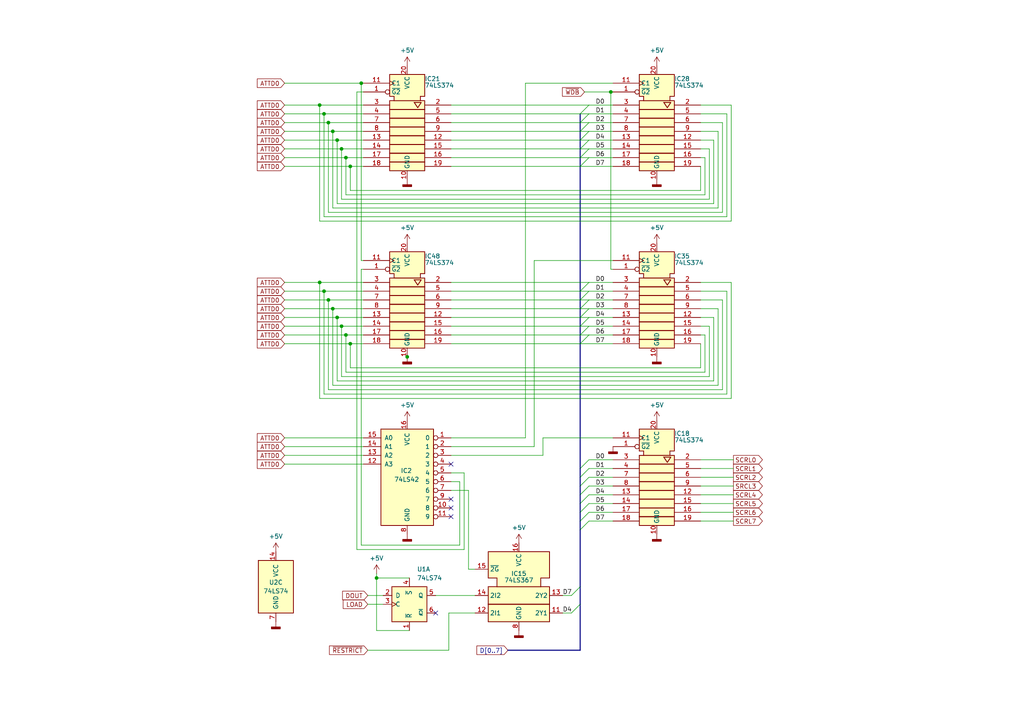
<source format=kicad_sch>
(kicad_sch
	(version 20231120)
	(generator "eeschema")
	(generator_version "8.0")
	(uuid "8aa3aa38-5607-4b5d-be5c-e0763aff29b1")
	(paper "A4")
	(title_block
		(title "PARTNER GDP: DATA BUS")
		(company "Oddbit Retro")
		(comment 1 "NARISAL: MIHA GRČAR")
	)
	(lib_symbols
		(symbol "40374_1"
			(exclude_from_sim no)
			(in_bom yes)
			(on_board yes)
			(property "Reference" "IC28"
				(at 5.08 11.43 0)
				(effects
					(font
						(size 1.27 1.27)
					)
					(justify left)
				)
			)
			(property "Value" "74LS374"
				(at 5.08 9.525 0)
				(effects
					(font
						(size 1.27 1.27)
					)
					(justify left)
				)
			)
			(property "Footprint" ""
				(at 0 0 0)
				(effects
					(font
						(size 1.27 1.27)
					)
					(hide yes)
				)
			)
			(property "Datasheet" "https://www.digchip.com/datasheets/download_datasheet.php?id=369790&part-number=HEF40374BDB"
				(at 0 0 0)
				(effects
					(font
						(size 1.27 1.27)
					)
					(hide yes)
				)
			)
			(property "Description" "8-bit D-flip-flop with 3-State outputs"
				(at 0 0 0)
				(effects
					(font
						(size 1.27 1.27)
					)
					(hide yes)
				)
			)
			(property "ki_keywords" "CMOS BUFFER 3State"
				(at 0 0 0)
				(effects
					(font
						(size 1.27 1.27)
					)
					(hide yes)
				)
			)
			(symbol "40374_1_0_1"
				(rectangle
					(start -5.08 -12.7)
					(end 5.08 -15.24)
					(stroke
						(width 0.254)
						(type default)
					)
					(fill
						(type background)
					)
				)
				(rectangle
					(start -5.08 -10.16)
					(end 5.08 -12.7)
					(stroke
						(width 0.254)
						(type default)
					)
					(fill
						(type background)
					)
				)
				(rectangle
					(start -5.08 -7.62)
					(end 5.08 -10.16)
					(stroke
						(width 0.254)
						(type default)
					)
					(fill
						(type background)
					)
				)
				(rectangle
					(start -5.08 -5.08)
					(end 5.08 -7.62)
					(stroke
						(width 0.254)
						(type default)
					)
					(fill
						(type background)
					)
				)
				(rectangle
					(start -5.08 -2.54)
					(end 5.08 -5.08)
					(stroke
						(width 0.254)
						(type default)
					)
					(fill
						(type background)
					)
				)
				(rectangle
					(start -5.08 0)
					(end 5.08 -2.54)
					(stroke
						(width 0.254)
						(type default)
					)
					(fill
						(type background)
					)
				)
				(rectangle
					(start -5.08 2.54)
					(end 5.08 0)
					(stroke
						(width 0.254)
						(type default)
					)
					(fill
						(type background)
					)
				)
				(rectangle
					(start -5.08 5.08)
					(end 5.08 2.54)
					(stroke
						(width 0.254)
						(type default)
					)
					(fill
						(type background)
					)
				)
				(polyline
					(pts
						(xy 2.032 4.572) (xy 4.064 4.572) (xy 3.048 3.048) (xy 2.032 4.572) (xy 2.032 4.572)
					)
					(stroke
						(width 0.254)
						(type default)
					)
					(fill
						(type background)
					)
				)
				(polyline
					(pts
						(xy -3.81 5.08) (xy -3.81 6.35) (xy -5.08 6.35) (xy -5.08 12.7) (xy 5.08 12.7) (xy 5.08 6.35)
						(xy 3.81 6.35) (xy 3.81 5.08) (xy 3.81 5.08)
					)
					(stroke
						(width 0.254)
						(type default)
					)
					(fill
						(type background)
					)
				)
			)
			(symbol "40374_1_1_0"
				(pin input inverted
					(at -12.7 7.62 0)
					(length 7.62)
					(name "~{G2}"
						(effects
							(font
								(size 1.27 1.27)
							)
						)
					)
					(number "1"
						(effects
							(font
								(size 1.27 1.27)
							)
						)
					)
				)
				(pin power_in line
					(at 0 -17.78 90)
					(length 2.54)
					(name "GND"
						(effects
							(font
								(size 1.27 1.27)
							)
						)
					)
					(number "10"
						(effects
							(font
								(size 1.27 1.27)
							)
						)
					)
				)
				(pin input clock
					(at -12.7 10.16 0)
					(length 7.62)
					(name "C1"
						(effects
							(font
								(size 1.27 1.27)
							)
						)
					)
					(number "11"
						(effects
							(font
								(size 1.27 1.27)
							)
						)
					)
				)
				(pin tri_state line
					(at 12.7 -6.35 180)
					(length 7.62)
					(name "~"
						(effects
							(font
								(size 1.27 1.27)
							)
						)
					)
					(number "12"
						(effects
							(font
								(size 1.27 1.27)
							)
						)
					)
				)
				(pin input line
					(at -12.7 -6.35 0)
					(length 7.62)
					(name "~"
						(effects
							(font
								(size 1.27 1.27)
							)
						)
					)
					(number "13"
						(effects
							(font
								(size 1.27 1.27)
							)
						)
					)
				)
				(pin input line
					(at -12.7 -8.89 0)
					(length 7.62)
					(name "~"
						(effects
							(font
								(size 1.27 1.27)
							)
						)
					)
					(number "14"
						(effects
							(font
								(size 1.27 1.27)
							)
						)
					)
				)
				(pin tri_state line
					(at 12.7 -8.89 180)
					(length 7.62)
					(name "~"
						(effects
							(font
								(size 1.27 1.27)
							)
						)
					)
					(number "15"
						(effects
							(font
								(size 1.27 1.27)
							)
						)
					)
				)
				(pin tri_state line
					(at 12.7 -11.43 180)
					(length 7.62)
					(name "~"
						(effects
							(font
								(size 1.27 1.27)
							)
						)
					)
					(number "16"
						(effects
							(font
								(size 1.27 1.27)
							)
						)
					)
				)
				(pin input line
					(at -12.7 -11.43 0)
					(length 7.62)
					(name "~"
						(effects
							(font
								(size 1.27 1.27)
							)
						)
					)
					(number "17"
						(effects
							(font
								(size 1.27 1.27)
							)
						)
					)
				)
				(pin input line
					(at -12.7 -13.97 0)
					(length 7.62)
					(name "~"
						(effects
							(font
								(size 1.27 1.27)
							)
						)
					)
					(number "18"
						(effects
							(font
								(size 1.27 1.27)
							)
						)
					)
				)
				(pin tri_state line
					(at 12.7 -13.97 180)
					(length 7.62)
					(name "~"
						(effects
							(font
								(size 1.27 1.27)
							)
						)
					)
					(number "19"
						(effects
							(font
								(size 1.27 1.27)
							)
						)
					)
				)
				(pin tri_state line
					(at 12.7 3.81 180)
					(length 7.62)
					(name "~"
						(effects
							(font
								(size 1.27 1.27)
							)
						)
					)
					(number "2"
						(effects
							(font
								(size 1.27 1.27)
							)
						)
					)
				)
				(pin power_in line
					(at 0 15.24 270)
					(length 2.54)
					(name "VCC"
						(effects
							(font
								(size 1.27 1.27)
							)
						)
					)
					(number "20"
						(effects
							(font
								(size 1.27 1.27)
							)
						)
					)
				)
				(pin input line
					(at -12.7 3.81 0)
					(length 7.62)
					(name "~"
						(effects
							(font
								(size 1.27 1.27)
							)
						)
					)
					(number "3"
						(effects
							(font
								(size 1.27 1.27)
							)
						)
					)
				)
				(pin input line
					(at -12.7 1.27 0)
					(length 7.62)
					(name "~"
						(effects
							(font
								(size 1.27 1.27)
							)
						)
					)
					(number "4"
						(effects
							(font
								(size 1.27 1.27)
							)
						)
					)
				)
				(pin tri_state line
					(at 12.7 1.27 180)
					(length 7.62)
					(name "~"
						(effects
							(font
								(size 1.27 1.27)
							)
						)
					)
					(number "5"
						(effects
							(font
								(size 1.27 1.27)
							)
						)
					)
				)
				(pin tri_state line
					(at 12.7 -1.27 180)
					(length 7.62)
					(name "~"
						(effects
							(font
								(size 1.27 1.27)
							)
						)
					)
					(number "6"
						(effects
							(font
								(size 1.27 1.27)
							)
						)
					)
				)
				(pin input line
					(at -12.7 -1.27 0)
					(length 7.62)
					(name "~"
						(effects
							(font
								(size 1.27 1.27)
							)
						)
					)
					(number "7"
						(effects
							(font
								(size 1.27 1.27)
							)
						)
					)
				)
				(pin input line
					(at -12.7 -3.81 0)
					(length 7.62)
					(name "~"
						(effects
							(font
								(size 1.27 1.27)
							)
						)
					)
					(number "8"
						(effects
							(font
								(size 1.27 1.27)
							)
						)
					)
				)
				(pin tri_state line
					(at 12.7 -3.81 180)
					(length 7.62)
					(name "~"
						(effects
							(font
								(size 1.27 1.27)
							)
						)
					)
					(number "9"
						(effects
							(font
								(size 1.27 1.27)
							)
						)
					)
				)
			)
		)
		(symbol "74xx:74LS42"
			(pin_names
				(offset 1.016)
			)
			(exclude_from_sim no)
			(in_bom yes)
			(on_board yes)
			(property "Reference" "U1"
				(at 2.1941 17.145 0)
				(effects
					(font
						(size 1.27 1.27)
					)
					(justify left)
				)
			)
			(property "Value" "74LS42"
				(at 2.1941 14.605 0)
				(effects
					(font
						(size 1.27 1.27)
					)
					(justify left)
				)
			)
			(property "Footprint" ""
				(at 0 0 0)
				(effects
					(font
						(size 1.27 1.27)
					)
					(hide yes)
				)
			)
			(property "Datasheet" "http://www.ti.com/lit/gpn/sn74LS42"
				(at 0 0 0)
				(effects
					(font
						(size 1.27 1.27)
					)
					(hide yes)
				)
			)
			(property "Description" "4 to 10 line Decoder"
				(at 0 0 0)
				(effects
					(font
						(size 1.27 1.27)
					)
					(hide yes)
				)
			)
			(property "ki_locked" ""
				(at 0 0 0)
				(effects
					(font
						(size 1.27 1.27)
					)
				)
			)
			(property "ki_keywords" "TTL DECOD DECOD10"
				(at 0 0 0)
				(effects
					(font
						(size 1.27 1.27)
					)
					(hide yes)
				)
			)
			(property "ki_fp_filters" "DIP?16*"
				(at 0 0 0)
				(effects
					(font
						(size 1.27 1.27)
					)
					(hide yes)
				)
			)
			(symbol "74LS42_1_0"
				(pin output inverted
					(at 12.7 10.16 180)
					(length 5.08)
					(name "0"
						(effects
							(font
								(size 1.27 1.27)
							)
						)
					)
					(number "1"
						(effects
							(font
								(size 1.27 1.27)
							)
						)
					)
				)
				(pin output inverted
					(at 12.7 -10.16 180)
					(length 5.08)
					(name "8"
						(effects
							(font
								(size 1.27 1.27)
							)
						)
					)
					(number "10"
						(effects
							(font
								(size 1.27 1.27)
							)
						)
					)
				)
				(pin output inverted
					(at 12.7 -12.7 180)
					(length 5.08)
					(name "9"
						(effects
							(font
								(size 1.27 1.27)
							)
						)
					)
					(number "11"
						(effects
							(font
								(size 1.27 1.27)
							)
						)
					)
				)
				(pin input line
					(at -12.7 2.54 0)
					(length 5.08)
					(name "A3"
						(effects
							(font
								(size 1.27 1.27)
							)
						)
					)
					(number "12"
						(effects
							(font
								(size 1.27 1.27)
							)
						)
					)
				)
				(pin input line
					(at -12.7 5.08 0)
					(length 5.08)
					(name "A2"
						(effects
							(font
								(size 1.27 1.27)
							)
						)
					)
					(number "13"
						(effects
							(font
								(size 1.27 1.27)
							)
						)
					)
				)
				(pin input line
					(at -12.7 7.62 0)
					(length 5.08)
					(name "A1"
						(effects
							(font
								(size 1.27 1.27)
							)
						)
					)
					(number "14"
						(effects
							(font
								(size 1.27 1.27)
							)
						)
					)
				)
				(pin input line
					(at -12.7 10.16 0)
					(length 5.08)
					(name "A0"
						(effects
							(font
								(size 1.27 1.27)
							)
						)
					)
					(number "15"
						(effects
							(font
								(size 1.27 1.27)
							)
						)
					)
				)
				(pin power_in line
					(at 0 15.24 270)
					(length 2.54)
					(name "VCC"
						(effects
							(font
								(size 1.27 1.27)
							)
						)
					)
					(number "16"
						(effects
							(font
								(size 1.27 1.27)
							)
						)
					)
				)
				(pin output inverted
					(at 12.7 7.62 180)
					(length 5.08)
					(name "1"
						(effects
							(font
								(size 1.27 1.27)
							)
						)
					)
					(number "2"
						(effects
							(font
								(size 1.27 1.27)
							)
						)
					)
				)
				(pin output inverted
					(at 12.7 5.08 180)
					(length 5.08)
					(name "2"
						(effects
							(font
								(size 1.27 1.27)
							)
						)
					)
					(number "3"
						(effects
							(font
								(size 1.27 1.27)
							)
						)
					)
				)
				(pin output inverted
					(at 12.7 2.54 180)
					(length 5.08)
					(name "3"
						(effects
							(font
								(size 1.27 1.27)
							)
						)
					)
					(number "4"
						(effects
							(font
								(size 1.27 1.27)
							)
						)
					)
				)
				(pin output inverted
					(at 12.7 0 180)
					(length 5.08)
					(name "4"
						(effects
							(font
								(size 1.27 1.27)
							)
						)
					)
					(number "5"
						(effects
							(font
								(size 1.27 1.27)
							)
						)
					)
				)
				(pin output inverted
					(at 12.7 -2.54 180)
					(length 5.08)
					(name "5"
						(effects
							(font
								(size 1.27 1.27)
							)
						)
					)
					(number "6"
						(effects
							(font
								(size 1.27 1.27)
							)
						)
					)
				)
				(pin output inverted
					(at 12.7 -5.08 180)
					(length 5.08)
					(name "6"
						(effects
							(font
								(size 1.27 1.27)
							)
						)
					)
					(number "7"
						(effects
							(font
								(size 1.27 1.27)
							)
						)
					)
				)
				(pin power_in line
					(at 0 -17.78 90)
					(length 2.54)
					(name "GND"
						(effects
							(font
								(size 1.27 1.27)
							)
						)
					)
					(number "8"
						(effects
							(font
								(size 1.27 1.27)
							)
						)
					)
				)
				(pin output inverted
					(at 12.7 -7.62 180)
					(length 5.08)
					(name "7"
						(effects
							(font
								(size 1.27 1.27)
							)
						)
					)
					(number "9"
						(effects
							(font
								(size 1.27 1.27)
							)
						)
					)
				)
			)
			(symbol "74LS42_1_1"
				(rectangle
					(start -7.62 12.7)
					(end 7.62 -15.24)
					(stroke
						(width 0.254)
						(type default)
					)
					(fill
						(type background)
					)
				)
			)
		)
		(symbol "74xx:74LS74"
			(pin_names
				(offset 1.016)
			)
			(exclude_from_sim no)
			(in_bom yes)
			(on_board yes)
			(property "Reference" "U"
				(at -7.62 8.89 0)
				(effects
					(font
						(size 1.27 1.27)
					)
				)
			)
			(property "Value" "74LS74"
				(at -7.62 -8.89 0)
				(effects
					(font
						(size 1.27 1.27)
					)
				)
			)
			(property "Footprint" ""
				(at 0 0 0)
				(effects
					(font
						(size 1.27 1.27)
					)
					(hide yes)
				)
			)
			(property "Datasheet" "74xx/74hc_hct74.pdf"
				(at 0 0 0)
				(effects
					(font
						(size 1.27 1.27)
					)
					(hide yes)
				)
			)
			(property "Description" "Dual D Flip-flop, Set & Reset"
				(at 0 0 0)
				(effects
					(font
						(size 1.27 1.27)
					)
					(hide yes)
				)
			)
			(property "ki_locked" ""
				(at 0 0 0)
				(effects
					(font
						(size 1.27 1.27)
					)
				)
			)
			(property "ki_keywords" "TTL DFF"
				(at 0 0 0)
				(effects
					(font
						(size 1.27 1.27)
					)
					(hide yes)
				)
			)
			(property "ki_fp_filters" "DIP*W7.62mm*"
				(at 0 0 0)
				(effects
					(font
						(size 1.27 1.27)
					)
					(hide yes)
				)
			)
			(symbol "74LS74_1_0"
				(pin input line
					(at 0 -7.62 90)
					(length 2.54)
					(name "~{R}"
						(effects
							(font
								(size 1.27 1.27)
							)
						)
					)
					(number "1"
						(effects
							(font
								(size 1.27 1.27)
							)
						)
					)
				)
				(pin input line
					(at -7.62 2.54 0)
					(length 2.54)
					(name "D"
						(effects
							(font
								(size 1.27 1.27)
							)
						)
					)
					(number "2"
						(effects
							(font
								(size 1.27 1.27)
							)
						)
					)
				)
				(pin input clock
					(at -7.62 0 0)
					(length 2.54)
					(name "C"
						(effects
							(font
								(size 1.27 1.27)
							)
						)
					)
					(number "3"
						(effects
							(font
								(size 1.27 1.27)
							)
						)
					)
				)
				(pin input line
					(at 0 7.62 270)
					(length 2.54)
					(name "~{S}"
						(effects
							(font
								(size 1.27 1.27)
							)
						)
					)
					(number "4"
						(effects
							(font
								(size 1.27 1.27)
							)
						)
					)
				)
				(pin output line
					(at 7.62 2.54 180)
					(length 2.54)
					(name "Q"
						(effects
							(font
								(size 1.27 1.27)
							)
						)
					)
					(number "5"
						(effects
							(font
								(size 1.27 1.27)
							)
						)
					)
				)
				(pin output line
					(at 7.62 -2.54 180)
					(length 2.54)
					(name "~{Q}"
						(effects
							(font
								(size 1.27 1.27)
							)
						)
					)
					(number "6"
						(effects
							(font
								(size 1.27 1.27)
							)
						)
					)
				)
			)
			(symbol "74LS74_1_1"
				(rectangle
					(start -5.08 5.08)
					(end 5.08 -5.08)
					(stroke
						(width 0.254)
						(type default)
					)
					(fill
						(type background)
					)
				)
			)
			(symbol "74LS74_2_0"
				(pin input line
					(at 0 7.62 270)
					(length 2.54)
					(name "~{S}"
						(effects
							(font
								(size 1.27 1.27)
							)
						)
					)
					(number "10"
						(effects
							(font
								(size 1.27 1.27)
							)
						)
					)
				)
				(pin input clock
					(at -7.62 0 0)
					(length 2.54)
					(name "C"
						(effects
							(font
								(size 1.27 1.27)
							)
						)
					)
					(number "11"
						(effects
							(font
								(size 1.27 1.27)
							)
						)
					)
				)
				(pin input line
					(at -7.62 2.54 0)
					(length 2.54)
					(name "D"
						(effects
							(font
								(size 1.27 1.27)
							)
						)
					)
					(number "12"
						(effects
							(font
								(size 1.27 1.27)
							)
						)
					)
				)
				(pin input line
					(at 0 -7.62 90)
					(length 2.54)
					(name "~{R}"
						(effects
							(font
								(size 1.27 1.27)
							)
						)
					)
					(number "13"
						(effects
							(font
								(size 1.27 1.27)
							)
						)
					)
				)
				(pin output line
					(at 7.62 -2.54 180)
					(length 2.54)
					(name "~{Q}"
						(effects
							(font
								(size 1.27 1.27)
							)
						)
					)
					(number "8"
						(effects
							(font
								(size 1.27 1.27)
							)
						)
					)
				)
				(pin output line
					(at 7.62 2.54 180)
					(length 2.54)
					(name "Q"
						(effects
							(font
								(size 1.27 1.27)
							)
						)
					)
					(number "9"
						(effects
							(font
								(size 1.27 1.27)
							)
						)
					)
				)
			)
			(symbol "74LS74_2_1"
				(rectangle
					(start -5.08 5.08)
					(end 5.08 -5.08)
					(stroke
						(width 0.254)
						(type default)
					)
					(fill
						(type background)
					)
				)
			)
			(symbol "74LS74_3_0"
				(pin power_in line
					(at 0 10.16 270)
					(length 2.54)
					(name "VCC"
						(effects
							(font
								(size 1.27 1.27)
							)
						)
					)
					(number "14"
						(effects
							(font
								(size 1.27 1.27)
							)
						)
					)
				)
				(pin power_in line
					(at 0 -10.16 90)
					(length 2.54)
					(name "GND"
						(effects
							(font
								(size 1.27 1.27)
							)
						)
					)
					(number "7"
						(effects
							(font
								(size 1.27 1.27)
							)
						)
					)
				)
			)
			(symbol "74LS74_3_1"
				(rectangle
					(start -5.08 7.62)
					(end 5.08 -7.62)
					(stroke
						(width 0.254)
						(type default)
					)
					(fill
						(type background)
					)
				)
			)
		)
		(symbol "74xx_IEEE:74LS367"
			(exclude_from_sim no)
			(in_bom yes)
			(on_board yes)
			(property "Reference" "U1"
				(at 2.54 7.62 0)
				(effects
					(font
						(size 1.27 1.27)
					)
					(justify left)
				)
			)
			(property "Value" "74LS367"
				(at 2.54 5.08 0)
				(effects
					(font
						(size 1.27 1.27)
					)
					(justify left)
				)
			)
			(property "Footprint" ""
				(at 0 27.94 0)
				(effects
					(font
						(size 1.27 1.27)
					)
					(hide yes)
				)
			)
			(property "Datasheet" ""
				(at 0 27.94 0)
				(effects
					(font
						(size 1.27 1.27)
					)
					(hide yes)
				)
			)
			(property "Description" ""
				(at 0 0 0)
				(effects
					(font
						(size 1.27 1.27)
					)
					(hide yes)
				)
			)
			(symbol "74LS367_0_0"
				(rectangle
					(start -8.89 -5.08)
					(end 8.89 -10.16)
					(stroke
						(width 0.254)
						(type default)
					)
					(fill
						(type background)
					)
				)
				(rectangle
					(start -8.89 0)
					(end 8.89 -5.08)
					(stroke
						(width 0.254)
						(type default)
					)
					(fill
						(type background)
					)
				)
				(polyline
					(pts
						(xy -6.35 0) (xy -6.35 2.54) (xy -8.89 2.54) (xy -8.89 10.16) (xy 8.89 10.16) (xy 8.89 2.54) (xy 6.35 2.54)
						(xy 6.35 0) (xy 6.35 0)
					)
					(stroke
						(width 0.254)
						(type default)
					)
					(fill
						(type background)
					)
				)
			)
			(symbol "74LS367_1_0"
				(pin power_in line
					(at 0 12.7 270)
					(length 2.54)
					(name "VCC"
						(effects
							(font
								(size 1.27 1.27)
							)
						)
					)
					(number "16"
						(effects
							(font
								(size 1.27 1.27)
							)
						)
					)
				)
				(pin power_in line
					(at 0 -12.7 90)
					(length 2.54)
					(name "GND"
						(effects
							(font
								(size 1.27 1.27)
							)
						)
					)
					(number "8"
						(effects
							(font
								(size 1.27 1.27)
							)
						)
					)
				)
			)
			(symbol "74LS367_1_1"
				(pin tri_state line
					(at 12.7 -7.62 180)
					(length 3.81)
					(name "2Y1"
						(effects
							(font
								(size 1.27 1.27)
							)
						)
					)
					(number "11"
						(effects
							(font
								(size 1.27 1.27)
							)
						)
					)
				)
				(pin input line
					(at -12.7 -7.62 0)
					(length 3.81)
					(name "2I1"
						(effects
							(font
								(size 1.27 1.27)
							)
						)
					)
					(number "12"
						(effects
							(font
								(size 1.27 1.27)
							)
						)
					)
				)
				(pin tri_state line
					(at 12.7 -2.54 180)
					(length 3.81)
					(name "2Y2"
						(effects
							(font
								(size 1.27 1.27)
							)
						)
					)
					(number "13"
						(effects
							(font
								(size 1.27 1.27)
							)
						)
					)
				)
				(pin input line
					(at -12.7 -2.54 0)
					(length 3.81)
					(name "2I2"
						(effects
							(font
								(size 1.27 1.27)
							)
						)
					)
					(number "14"
						(effects
							(font
								(size 1.27 1.27)
							)
						)
					)
				)
				(pin input line
					(at -12.7 5.08 0)
					(length 3.81)
					(name "~{2G}"
						(effects
							(font
								(size 1.27 1.27)
							)
						)
					)
					(number "15"
						(effects
							(font
								(size 1.27 1.27)
							)
						)
					)
				)
			)
		)
		(symbol "power:+5V"
			(power)
			(pin_names
				(offset 0)
			)
			(exclude_from_sim no)
			(in_bom yes)
			(on_board yes)
			(property "Reference" "#PWR"
				(at 0 -3.81 0)
				(effects
					(font
						(size 1.27 1.27)
					)
					(hide yes)
				)
			)
			(property "Value" "+5V"
				(at 0 3.556 0)
				(effects
					(font
						(size 1.27 1.27)
					)
				)
			)
			(property "Footprint" ""
				(at 0 0 0)
				(effects
					(font
						(size 1.27 1.27)
					)
					(hide yes)
				)
			)
			(property "Datasheet" ""
				(at 0 0 0)
				(effects
					(font
						(size 1.27 1.27)
					)
					(hide yes)
				)
			)
			(property "Description" "Power symbol creates a global label with name \"+5V\""
				(at 0 0 0)
				(effects
					(font
						(size 1.27 1.27)
					)
					(hide yes)
				)
			)
			(property "ki_keywords" "global power"
				(at 0 0 0)
				(effects
					(font
						(size 1.27 1.27)
					)
					(hide yes)
				)
			)
			(symbol "+5V_0_1"
				(polyline
					(pts
						(xy -0.762 1.27) (xy 0 2.54)
					)
					(stroke
						(width 0)
						(type default)
					)
					(fill
						(type none)
					)
				)
				(polyline
					(pts
						(xy 0 0) (xy 0 2.54)
					)
					(stroke
						(width 0)
						(type default)
					)
					(fill
						(type none)
					)
				)
				(polyline
					(pts
						(xy 0 2.54) (xy 0.762 1.27)
					)
					(stroke
						(width 0)
						(type default)
					)
					(fill
						(type none)
					)
				)
			)
			(symbol "+5V_1_1"
				(pin power_in line
					(at 0 0 90)
					(length 0) hide
					(name "+5V"
						(effects
							(font
								(size 1.27 1.27)
							)
						)
					)
					(number "1"
						(effects
							(font
								(size 1.27 1.27)
							)
						)
					)
				)
			)
		)
		(symbol "power:GNDD"
			(power)
			(pin_names
				(offset 0)
			)
			(exclude_from_sim no)
			(in_bom yes)
			(on_board yes)
			(property "Reference" "#PWR"
				(at 0 -6.35 0)
				(effects
					(font
						(size 1.27 1.27)
					)
					(hide yes)
				)
			)
			(property "Value" "GNDD"
				(at 0 -3.175 0)
				(effects
					(font
						(size 1.27 1.27)
					)
				)
			)
			(property "Footprint" ""
				(at 0 0 0)
				(effects
					(font
						(size 1.27 1.27)
					)
					(hide yes)
				)
			)
			(property "Datasheet" ""
				(at 0 0 0)
				(effects
					(font
						(size 1.27 1.27)
					)
					(hide yes)
				)
			)
			(property "Description" "Power symbol creates a global label with name \"GNDD\" , digital ground"
				(at 0 0 0)
				(effects
					(font
						(size 1.27 1.27)
					)
					(hide yes)
				)
			)
			(property "ki_keywords" "global power"
				(at 0 0 0)
				(effects
					(font
						(size 1.27 1.27)
					)
					(hide yes)
				)
			)
			(symbol "GNDD_0_1"
				(rectangle
					(start -1.27 -1.524)
					(end 1.27 -2.032)
					(stroke
						(width 0.254)
						(type default)
					)
					(fill
						(type outline)
					)
				)
				(polyline
					(pts
						(xy 0 0) (xy 0 -1.524)
					)
					(stroke
						(width 0)
						(type default)
					)
					(fill
						(type none)
					)
				)
			)
			(symbol "GNDD_1_1"
				(pin power_in line
					(at 0 0 270)
					(length 0) hide
					(name "GNDD"
						(effects
							(font
								(size 1.27 1.27)
							)
						)
					)
					(number "1"
						(effects
							(font
								(size 1.27 1.27)
							)
						)
					)
				)
			)
		)
	)
	(junction
		(at 92.71 81.915)
		(diameter 0)
		(color 0 0 0 0)
		(uuid "01c6c00f-4aa9-4351-a5b2-398f0567008f")
	)
	(junction
		(at 100.33 45.72)
		(diameter 0)
		(color 0 0 0 0)
		(uuid "02713310-0954-4aa3-b854-107befff243e")
	)
	(junction
		(at 100.33 97.155)
		(diameter 0)
		(color 0 0 0 0)
		(uuid "1b166b7f-6c23-491a-92ea-1d679920f0fc")
	)
	(junction
		(at 99.06 94.615)
		(diameter 0)
		(color 0 0 0 0)
		(uuid "1f5c9f4d-af10-44d1-a8f3-7d0e69361384")
	)
	(junction
		(at 109.22 167.64)
		(diameter 0)
		(color 0 0 0 0)
		(uuid "22f079a5-eab1-47b3-acd7-89f4988459c0")
	)
	(junction
		(at 101.6 99.695)
		(diameter 0)
		(color 0 0 0 0)
		(uuid "2a0f1226-5251-45dc-b4c4-efabb3706e40")
	)
	(junction
		(at 93.98 33.02)
		(diameter 0)
		(color 0 0 0 0)
		(uuid "3de3a3c1-0025-40e2-b974-6e8af8050b33")
	)
	(junction
		(at 96.52 38.1)
		(diameter 0)
		(color 0 0 0 0)
		(uuid "524c9475-9ce9-46c2-9378-e6835cc1a663")
	)
	(junction
		(at 95.25 86.995)
		(diameter 0)
		(color 0 0 0 0)
		(uuid "5a20c14c-67d8-4306-834d-73405ca97ee0")
	)
	(junction
		(at 177.165 26.67)
		(diameter 0)
		(color 0 0 0 0)
		(uuid "6f5c2f22-3916-40cd-8414-1e6717eb7923")
	)
	(junction
		(at 96.52 89.535)
		(diameter 0)
		(color 0 0 0 0)
		(uuid "789887c2-1f8e-40c9-b73f-277f6a79fe40")
	)
	(junction
		(at 104.775 24.13)
		(diameter 0)
		(color 0 0 0 0)
		(uuid "7caff5f3-20a2-4e14-89c5-fa33a8ab1941")
	)
	(junction
		(at 97.79 40.64)
		(diameter 0)
		(color 0 0 0 0)
		(uuid "82ee0687-462d-4465-965e-f90b1b75dc15")
	)
	(junction
		(at 93.98 84.455)
		(diameter 0)
		(color 0 0 0 0)
		(uuid "8c5add81-bce0-4c49-b048-e4a022c162c5")
	)
	(junction
		(at 101.6 48.26)
		(diameter 0)
		(color 0 0 0 0)
		(uuid "9036d342-c520-4403-ae73-9616789ad16e")
	)
	(junction
		(at 95.25 35.56)
		(diameter 0)
		(color 0 0 0 0)
		(uuid "b95c36ab-b3da-4f1a-b51a-27485314b32b")
	)
	(junction
		(at 99.06 43.18)
		(diameter 0)
		(color 0 0 0 0)
		(uuid "bc1f9994-7893-441a-9d6d-cb8ac7e28708")
	)
	(junction
		(at 92.71 30.48)
		(diameter 0)
		(color 0 0 0 0)
		(uuid "e170ea64-d359-48cc-bd3c-ab6d7e15b347")
	)
	(junction
		(at 118.11 103.505)
		(diameter 0)
		(color 0 0 0 0)
		(uuid "e9c523e3-3f60-4bb3-9960-5b743798f902")
	)
	(junction
		(at 97.79 92.075)
		(diameter 0)
		(color 0 0 0 0)
		(uuid "fc4dcca1-9c3b-4297-af88-163c4a81c30b")
	)
	(no_connect
		(at 130.81 147.32)
		(uuid "0a26cab4-9d3f-49a8-8de8-af43adddb05a")
	)
	(no_connect
		(at 130.81 149.86)
		(uuid "5e1415a2-6000-4b61-8f0e-3ce30d1e88a9")
	)
	(no_connect
		(at 126.365 177.8)
		(uuid "aeda4173-2ef5-446a-906f-809a66c829f0")
	)
	(no_connect
		(at 130.81 134.62)
		(uuid "bcc01d41-9f07-478d-8521-8d1abcab858f")
	)
	(no_connect
		(at 130.81 144.78)
		(uuid "d834c80f-6d4f-426b-b5a9-6745cf179233")
	)
	(bus_entry
		(at 168.275 151.13)
		(size 2.54 -2.54)
		(stroke
			(width 0)
			(type default)
		)
		(uuid "017ce4a6-8a12-4ce4-9d74-f0495e5f6139")
	)
	(bus_entry
		(at 168.275 89.535)
		(size 2.54 -2.54)
		(stroke
			(width 0)
			(type default)
		)
		(uuid "03633485-cd6b-4460-9bf2-935ec055870d")
	)
	(bus_entry
		(at 168.275 146.05)
		(size 2.54 -2.54)
		(stroke
			(width 0)
			(type default)
		)
		(uuid "1c0f8ef5-5367-4693-9c5f-4bd69c0f83c3")
	)
	(bus_entry
		(at 168.275 97.155)
		(size 2.54 -2.54)
		(stroke
			(width 0)
			(type default)
		)
		(uuid "26f95d3f-29a7-47e4-a459-ed29e9ce46e2")
	)
	(bus_entry
		(at 168.275 99.695)
		(size 2.54 -2.54)
		(stroke
			(width 0)
			(type default)
		)
		(uuid "2967fb1a-1eb8-48b2-9fe8-e11a70026da3")
	)
	(bus_entry
		(at 165.735 177.8)
		(size 2.54 -2.54)
		(stroke
			(width 0)
			(type default)
		)
		(uuid "2f1af15f-348f-4fff-9d71-9729efce20d1")
	)
	(bus_entry
		(at 168.275 35.56)
		(size 2.54 -2.54)
		(stroke
			(width 0)
			(type default)
		)
		(uuid "39e70e9a-fb9b-483c-bc99-4e70eac30cae")
	)
	(bus_entry
		(at 168.275 153.67)
		(size 2.54 -2.54)
		(stroke
			(width 0)
			(type default)
		)
		(uuid "46d26cde-e78c-4fd6-8425-4051a3f0d6a9")
	)
	(bus_entry
		(at 168.275 43.18)
		(size 2.54 -2.54)
		(stroke
			(width 0)
			(type default)
		)
		(uuid "56042051-5070-4f8c-bcb7-a8a272ea6526")
	)
	(bus_entry
		(at 168.275 92.075)
		(size 2.54 -2.54)
		(stroke
			(width 0)
			(type default)
		)
		(uuid "5bfcc9ed-83d0-40b8-b53c-469377f94119")
	)
	(bus_entry
		(at 168.275 138.43)
		(size 2.54 -2.54)
		(stroke
			(width 0)
			(type default)
		)
		(uuid "62e5a85b-1281-47af-8d70-8f0f4f95067b")
	)
	(bus_entry
		(at 168.275 94.615)
		(size 2.54 -2.54)
		(stroke
			(width 0)
			(type default)
		)
		(uuid "79f231f0-2b3a-4310-bddd-343a0060e406")
	)
	(bus_entry
		(at 168.275 33.02)
		(size 2.54 -2.54)
		(stroke
			(width 0)
			(type default)
		)
		(uuid "8a89d5d8-d7b8-473d-8b25-cef14d27dbb7")
	)
	(bus_entry
		(at 165.735 172.72)
		(size 2.54 -2.54)
		(stroke
			(width 0)
			(type default)
		)
		(uuid "8defd330-adf4-47bd-bae0-38eccab57858")
	)
	(bus_entry
		(at 168.275 135.89)
		(size 2.54 -2.54)
		(stroke
			(width 0)
			(type default)
		)
		(uuid "add94853-2e10-48ba-b804-8917c6b06131")
	)
	(bus_entry
		(at 168.275 86.995)
		(size 2.54 -2.54)
		(stroke
			(width 0)
			(type default)
		)
		(uuid "b5bd6b7d-1d78-4c01-a266-89f68fee7c3a")
	)
	(bus_entry
		(at 168.275 143.51)
		(size 2.54 -2.54)
		(stroke
			(width 0)
			(type default)
		)
		(uuid "bba75089-d9cc-46ae-b2ac-640a3e67fefc")
	)
	(bus_entry
		(at 168.275 48.26)
		(size 2.54 -2.54)
		(stroke
			(width 0)
			(type default)
		)
		(uuid "c7e56e26-e6c7-469b-ac31-ee9fb7108328")
	)
	(bus_entry
		(at 168.275 140.97)
		(size 2.54 -2.54)
		(stroke
			(width 0)
			(type default)
		)
		(uuid "cbb6f3c0-ee4e-4b2d-a344-655ce8649b84")
	)
	(bus_entry
		(at 168.275 84.455)
		(size 2.54 -2.54)
		(stroke
			(width 0)
			(type default)
		)
		(uuid "d885e98d-51ab-49d8-a933-d324603d8d00")
	)
	(bus_entry
		(at 168.275 45.72)
		(size 2.54 -2.54)
		(stroke
			(width 0)
			(type default)
		)
		(uuid "eae749fe-20e0-4ef6-888b-ec5c237fe669")
	)
	(bus_entry
		(at 168.275 40.64)
		(size 2.54 -2.54)
		(stroke
			(width 0)
			(type default)
		)
		(uuid "ebc324a2-723b-4ed8-9dcd-0b5e122fd781")
	)
	(bus_entry
		(at 168.275 38.1)
		(size 2.54 -2.54)
		(stroke
			(width 0)
			(type default)
		)
		(uuid "f6a52114-1195-43bf-a53b-60ec8f8823ec")
	)
	(bus_entry
		(at 168.275 148.59)
		(size 2.54 -2.54)
		(stroke
			(width 0)
			(type default)
		)
		(uuid "fb8db60c-a345-4e68-a633-fc9c21fc5a1a")
	)
	(wire
		(pts
			(xy 157.48 127) (xy 177.8 127)
		)
		(stroke
			(width 0)
			(type default)
		)
		(uuid "00077318-ee49-45c5-b930-6a0b503e4b8d")
	)
	(wire
		(pts
			(xy 204.47 45.72) (xy 204.47 56.515)
		)
		(stroke
			(width 0)
			(type default)
		)
		(uuid "00e4dd17-b300-4cde-85b8-9c49e3df0145")
	)
	(wire
		(pts
			(xy 203.2 38.1) (xy 208.28 38.1)
		)
		(stroke
			(width 0)
			(type default)
		)
		(uuid "04d255c9-4d9f-4599-a087-38ec05e1372b")
	)
	(wire
		(pts
			(xy 203.2 43.18) (xy 205.74 43.18)
		)
		(stroke
			(width 0)
			(type default)
		)
		(uuid "059e3ec0-3339-4e9c-bf5b-e2c6bad5f636")
	)
	(wire
		(pts
			(xy 101.6 48.26) (xy 101.6 55.245)
		)
		(stroke
			(width 0)
			(type default)
		)
		(uuid "0606e4ce-f412-4725-99a6-5609f492e349")
	)
	(wire
		(pts
			(xy 203.2 135.89) (xy 212.725 135.89)
		)
		(stroke
			(width 0)
			(type default)
		)
		(uuid "06184fb1-3933-4a3c-807f-31e23ad18408")
	)
	(wire
		(pts
			(xy 207.01 92.075) (xy 207.01 110.49)
		)
		(stroke
			(width 0)
			(type default)
		)
		(uuid "0629b0bd-0f93-40ad-9bfd-3b978c52d261")
	)
	(wire
		(pts
			(xy 170.815 84.455) (xy 177.8 84.455)
		)
		(stroke
			(width 0)
			(type default)
		)
		(uuid "06a87b04-936d-46f1-a835-eea131a892af")
	)
	(wire
		(pts
			(xy 130.81 127) (xy 152.4 127)
		)
		(stroke
			(width 0)
			(type default)
		)
		(uuid "06af7f28-9d7a-4fc0-9828-108fd39a9d14")
	)
	(wire
		(pts
			(xy 170.815 38.1) (xy 177.8 38.1)
		)
		(stroke
			(width 0)
			(type default)
		)
		(uuid "06e8170c-719d-4296-a711-05f7f237a56c")
	)
	(wire
		(pts
			(xy 134.62 159.385) (xy 134.62 137.16)
		)
		(stroke
			(width 0)
			(type default)
		)
		(uuid "0721f66d-c1b7-4c09-a12a-6727be59eaac")
	)
	(wire
		(pts
			(xy 203.2 86.995) (xy 209.55 86.995)
		)
		(stroke
			(width 0)
			(type default)
		)
		(uuid "0754d7bc-4312-4fc9-b837-39ae34e7d6ed")
	)
	(wire
		(pts
			(xy 130.175 177.8) (xy 137.795 177.8)
		)
		(stroke
			(width 0)
			(type default)
		)
		(uuid "0a1c08f2-b40e-490c-84b4-7eb5f2901576")
	)
	(wire
		(pts
			(xy 82.55 89.535) (xy 96.52 89.535)
		)
		(stroke
			(width 0)
			(type default)
		)
		(uuid "0a1f05d3-4eee-4007-98d9-70c939553baa")
	)
	(wire
		(pts
			(xy 207.01 59.055) (xy 97.79 59.055)
		)
		(stroke
			(width 0)
			(type default)
		)
		(uuid "0b34fb8a-8a7f-44aa-81d7-286321e3cd4c")
	)
	(wire
		(pts
			(xy 205.74 109.22) (xy 99.06 109.22)
		)
		(stroke
			(width 0)
			(type default)
		)
		(uuid "0d1372bd-d4f9-43b1-ab78-f089248a1084")
	)
	(wire
		(pts
			(xy 154.94 129.54) (xy 130.81 129.54)
		)
		(stroke
			(width 0)
			(type default)
		)
		(uuid "0db53057-7e6e-4ca1-9122-55a884dc639e")
	)
	(wire
		(pts
			(xy 92.71 64.135) (xy 92.71 30.48)
		)
		(stroke
			(width 0)
			(type default)
		)
		(uuid "0f33ca24-d898-4c44-95ad-2e3ad13764f0")
	)
	(wire
		(pts
			(xy 168.275 86.995) (xy 170.815 86.995)
		)
		(stroke
			(width 0)
			(type default)
		)
		(uuid "0f53f5b2-ce37-447e-a7f3-1043e6feefa7")
	)
	(wire
		(pts
			(xy 100.33 107.95) (xy 100.33 97.155)
		)
		(stroke
			(width 0)
			(type default)
		)
		(uuid "1158c9e2-63e0-40d7-b712-008f7bfadb5a")
	)
	(wire
		(pts
			(xy 203.2 84.455) (xy 210.82 84.455)
		)
		(stroke
			(width 0)
			(type default)
		)
		(uuid "12372cd9-6c22-4ec7-86e3-390d53a36533")
	)
	(wire
		(pts
			(xy 203.2 97.155) (xy 204.47 97.155)
		)
		(stroke
			(width 0)
			(type default)
		)
		(uuid "14904224-65d7-4b9d-8b37-8dd4f1d4a25e")
	)
	(wire
		(pts
			(xy 92.71 81.915) (xy 105.41 81.915)
		)
		(stroke
			(width 0)
			(type default)
		)
		(uuid "14b57650-f33e-4ac3-9f29-f54630c6d13d")
	)
	(wire
		(pts
			(xy 82.55 127) (xy 105.41 127)
		)
		(stroke
			(width 0)
			(type default)
		)
		(uuid "14edb7a4-2853-4a86-82c8-1f95e314cf1d")
	)
	(wire
		(pts
			(xy 210.82 33.02) (xy 210.82 62.865)
		)
		(stroke
			(width 0)
			(type default)
		)
		(uuid "1652f59b-203f-4ff2-a599-5b0ce74efc15")
	)
	(wire
		(pts
			(xy 170.815 94.615) (xy 177.8 94.615)
		)
		(stroke
			(width 0)
			(type default)
		)
		(uuid "169780ec-e900-4a01-a5c8-7fd63dc9b62f")
	)
	(wire
		(pts
			(xy 82.55 84.455) (xy 93.98 84.455)
		)
		(stroke
			(width 0)
			(type default)
		)
		(uuid "16ed235c-0223-4551-a3cd-2bbcf488dd19")
	)
	(wire
		(pts
			(xy 130.81 38.1) (xy 168.275 38.1)
		)
		(stroke
			(width 0)
			(type default)
		)
		(uuid "1832d146-91cd-4fc7-83df-8e69e68cf02c")
	)
	(wire
		(pts
			(xy 100.33 45.72) (xy 105.41 45.72)
		)
		(stroke
			(width 0)
			(type default)
		)
		(uuid "1a7e0cfc-9b7b-4d75-b1db-abc76cc702a7")
	)
	(wire
		(pts
			(xy 203.2 40.64) (xy 207.01 40.64)
		)
		(stroke
			(width 0)
			(type default)
		)
		(uuid "1aaa10af-cb72-4eda-91b0-b9a1ae62e789")
	)
	(wire
		(pts
			(xy 203.2 45.72) (xy 204.47 45.72)
		)
		(stroke
			(width 0)
			(type default)
		)
		(uuid "1b87a3ac-750a-48b6-bbc1-83303362f595")
	)
	(wire
		(pts
			(xy 177.165 26.67) (xy 177.8 26.67)
		)
		(stroke
			(width 0)
			(type default)
		)
		(uuid "1bb73c34-4127-4345-9c72-fab2b15e51a7")
	)
	(wire
		(pts
			(xy 203.2 133.35) (xy 212.725 133.35)
		)
		(stroke
			(width 0)
			(type default)
		)
		(uuid "1bdc06c7-fa7e-436b-96bf-c2f6309934de")
	)
	(wire
		(pts
			(xy 203.2 33.02) (xy 210.82 33.02)
		)
		(stroke
			(width 0)
			(type default)
		)
		(uuid "1faac56e-c1d6-4c03-a23c-71e5c1abcad7")
	)
	(wire
		(pts
			(xy 95.25 86.995) (xy 105.41 86.995)
		)
		(stroke
			(width 0)
			(type default)
		)
		(uuid "211828e2-90e0-47ab-b5c9-69b4f5a88a35")
	)
	(wire
		(pts
			(xy 101.6 99.695) (xy 101.6 106.68)
		)
		(stroke
			(width 0)
			(type default)
		)
		(uuid "223abf74-3a4f-4104-9105-711a567c1dfa")
	)
	(wire
		(pts
			(xy 208.28 89.535) (xy 208.28 111.76)
		)
		(stroke
			(width 0)
			(type default)
		)
		(uuid "23c7fd9b-f9c0-4e47-a3b0-6ffe786e2932")
	)
	(wire
		(pts
			(xy 170.815 43.18) (xy 177.8 43.18)
		)
		(stroke
			(width 0)
			(type default)
		)
		(uuid "23eb194f-4d84-4e46-9935-ba59024523db")
	)
	(wire
		(pts
			(xy 106.68 188.595) (xy 130.175 188.595)
		)
		(stroke
			(width 0)
			(type default)
		)
		(uuid "24fd0f01-d401-4176-a226-31b6bdce161b")
	)
	(wire
		(pts
			(xy 82.55 40.64) (xy 97.79 40.64)
		)
		(stroke
			(width 0)
			(type default)
		)
		(uuid "260e3011-cb03-451f-a66e-5c26f0bf842d")
	)
	(wire
		(pts
			(xy 130.81 94.615) (xy 168.275 94.615)
		)
		(stroke
			(width 0)
			(type default)
		)
		(uuid "274f19dd-6fcf-462d-a490-c80633f9259c")
	)
	(wire
		(pts
			(xy 82.55 24.13) (xy 104.775 24.13)
		)
		(stroke
			(width 0)
			(type default)
		)
		(uuid "2751a89b-a15b-4772-aa65-ee2e1f60d94b")
	)
	(wire
		(pts
			(xy 210.82 114.3) (xy 93.98 114.3)
		)
		(stroke
			(width 0)
			(type default)
		)
		(uuid "27d6fc9e-f678-4aee-b7b6-94fe8b7b6055")
	)
	(bus
		(pts
			(xy 168.275 97.155) (xy 168.275 99.695)
		)
		(stroke
			(width 0)
			(type default)
		)
		(uuid "289ccab3-309f-4aa8-977f-01e9e53458e0")
	)
	(wire
		(pts
			(xy 209.55 113.03) (xy 95.25 113.03)
		)
		(stroke
			(width 0)
			(type default)
		)
		(uuid "293d8da1-694e-4925-96fd-7e451ffc94d8")
	)
	(wire
		(pts
			(xy 99.06 109.22) (xy 99.06 94.615)
		)
		(stroke
			(width 0)
			(type default)
		)
		(uuid "29e45c64-7f72-4c28-8bcd-09b2c768c4c3")
	)
	(wire
		(pts
			(xy 203.2 48.26) (xy 203.2 55.245)
		)
		(stroke
			(width 0)
			(type default)
		)
		(uuid "2ac09dfc-2f25-4b92-8fb1-8a74e867182f")
	)
	(wire
		(pts
			(xy 97.79 110.49) (xy 97.79 92.075)
		)
		(stroke
			(width 0)
			(type default)
		)
		(uuid "2b035d01-5b15-4da3-b3e8-77fc5723169d")
	)
	(wire
		(pts
			(xy 204.47 56.515) (xy 100.33 56.515)
		)
		(stroke
			(width 0)
			(type default)
		)
		(uuid "2c76cad4-79a4-4d5a-9159-d01584801fe6")
	)
	(wire
		(pts
			(xy 154.94 75.565) (xy 177.8 75.565)
		)
		(stroke
			(width 0)
			(type default)
		)
		(uuid "2d6c5a8d-076c-41d3-8ee2-659de0baabbc")
	)
	(wire
		(pts
			(xy 170.815 89.535) (xy 177.8 89.535)
		)
		(stroke
			(width 0)
			(type default)
		)
		(uuid "2fae2ce6-a24b-4ee2-98a3-9ec0f5af25d2")
	)
	(wire
		(pts
			(xy 168.275 38.1) (xy 170.815 38.1)
		)
		(stroke
			(width 0)
			(type default)
		)
		(uuid "3163d0a2-199e-4f0e-ae4f-c3acd2dee5bd")
	)
	(wire
		(pts
			(xy 170.815 133.35) (xy 177.8 133.35)
		)
		(stroke
			(width 0)
			(type default)
		)
		(uuid "31e3cb2c-ba5c-43fb-ac01-6bf8d23ee01a")
	)
	(wire
		(pts
			(xy 203.2 81.915) (xy 212.09 81.915)
		)
		(stroke
			(width 0)
			(type default)
		)
		(uuid "32bee8f8-82a0-4e4c-b27b-25a55d0d6812")
	)
	(wire
		(pts
			(xy 208.28 60.325) (xy 96.52 60.325)
		)
		(stroke
			(width 0)
			(type default)
		)
		(uuid "33804038-cca8-4450-83a9-341eba4471ff")
	)
	(wire
		(pts
			(xy 168.275 48.26) (xy 177.8 48.26)
		)
		(stroke
			(width 0)
			(type default)
		)
		(uuid "33b96432-276b-4b59-9883-b7c7a10839d0")
	)
	(wire
		(pts
			(xy 130.81 142.24) (xy 135.89 142.24)
		)
		(stroke
			(width 0)
			(type default)
		)
		(uuid "33fdbbc6-7917-4c33-8fe8-42158f58354e")
	)
	(wire
		(pts
			(xy 101.6 48.26) (xy 105.41 48.26)
		)
		(stroke
			(width 0)
			(type default)
		)
		(uuid "347692b7-c200-4938-b4e1-b06d93163d63")
	)
	(wire
		(pts
			(xy 93.98 62.865) (xy 93.98 33.02)
		)
		(stroke
			(width 0)
			(type default)
		)
		(uuid "34f9d9de-d4cf-454d-b217-a59a4d639f83")
	)
	(wire
		(pts
			(xy 170.815 138.43) (xy 177.8 138.43)
		)
		(stroke
			(width 0)
			(type default)
		)
		(uuid "35eecbbd-e682-4222-a69d-661d18650448")
	)
	(wire
		(pts
			(xy 96.52 89.535) (xy 105.41 89.535)
		)
		(stroke
			(width 0)
			(type default)
		)
		(uuid "36881610-cec4-46f9-ac99-0196654ef115")
	)
	(wire
		(pts
			(xy 170.815 33.02) (xy 177.8 33.02)
		)
		(stroke
			(width 0)
			(type default)
		)
		(uuid "375188c9-35fc-454c-a584-0332aa27b1c8")
	)
	(wire
		(pts
			(xy 203.2 148.59) (xy 212.725 148.59)
		)
		(stroke
			(width 0)
			(type default)
		)
		(uuid "38d016c7-aac5-486d-a1ca-acbdf8bd69b7")
	)
	(wire
		(pts
			(xy 99.06 43.18) (xy 105.41 43.18)
		)
		(stroke
			(width 0)
			(type default)
		)
		(uuid "390940aa-c56e-48d9-8814-d6a7de9d7147")
	)
	(wire
		(pts
			(xy 130.81 35.56) (xy 168.275 35.56)
		)
		(stroke
			(width 0)
			(type default)
		)
		(uuid "398ae4ba-933a-4b3d-a09a-1e788c648e09")
	)
	(wire
		(pts
			(xy 97.79 92.075) (xy 105.41 92.075)
		)
		(stroke
			(width 0)
			(type default)
		)
		(uuid "39a27cba-30f6-45fb-8492-66554cafb90a")
	)
	(wire
		(pts
			(xy 82.55 99.695) (xy 101.6 99.695)
		)
		(stroke
			(width 0)
			(type default)
		)
		(uuid "3b692f38-5a0e-4724-a29c-6077d396cf90")
	)
	(wire
		(pts
			(xy 82.55 132.08) (xy 105.41 132.08)
		)
		(stroke
			(width 0)
			(type default)
		)
		(uuid "3c208b9f-a058-468e-967a-2fb1c6850844")
	)
	(wire
		(pts
			(xy 99.06 94.615) (xy 105.41 94.615)
		)
		(stroke
			(width 0)
			(type default)
		)
		(uuid "3d42ba10-90cd-458f-9a5b-9a408f056a99")
	)
	(bus
		(pts
			(xy 168.275 89.535) (xy 168.275 92.075)
		)
		(stroke
			(width 0)
			(type default)
		)
		(uuid "3d479d41-729a-4ea7-8bb6-374b687204a9")
	)
	(wire
		(pts
			(xy 130.81 86.995) (xy 168.275 86.995)
		)
		(stroke
			(width 0)
			(type default)
		)
		(uuid "3ee06054-0fa8-48c8-ac32-7ab6af6c23b6")
	)
	(wire
		(pts
			(xy 168.275 40.64) (xy 170.815 40.64)
		)
		(stroke
			(width 0)
			(type default)
		)
		(uuid "41504824-5845-4840-9170-d851c1ff72b3")
	)
	(bus
		(pts
			(xy 168.275 143.51) (xy 168.275 146.05)
		)
		(stroke
			(width 0)
			(type default)
		)
		(uuid "42b2bea3-8ee9-4d35-bcf5-20e0cf2c5f3a")
	)
	(wire
		(pts
			(xy 104.775 75.565) (xy 105.41 75.565)
		)
		(stroke
			(width 0)
			(type default)
		)
		(uuid "441daa35-d5df-4402-a28b-87423f4d18a8")
	)
	(wire
		(pts
			(xy 82.55 38.1) (xy 96.52 38.1)
		)
		(stroke
			(width 0)
			(type default)
		)
		(uuid "4657b8c4-3ad9-43ae-b964-a4fea7241acc")
	)
	(wire
		(pts
			(xy 97.79 40.64) (xy 105.41 40.64)
		)
		(stroke
			(width 0)
			(type default)
		)
		(uuid "46779e40-29c3-466f-96f8-016da5eafa32")
	)
	(wire
		(pts
			(xy 103.505 159.385) (xy 134.62 159.385)
		)
		(stroke
			(width 0)
			(type default)
		)
		(uuid "489481f1-8b71-4db9-8012-47635b6892ed")
	)
	(wire
		(pts
			(xy 82.55 33.02) (xy 93.98 33.02)
		)
		(stroke
			(width 0)
			(type default)
		)
		(uuid "49b47240-60f0-431d-af4a-88eb1ea40633")
	)
	(wire
		(pts
			(xy 169.545 26.67) (xy 177.165 26.67)
		)
		(stroke
			(width 0)
			(type default)
		)
		(uuid "49bbd82f-8213-461d-9cc2-f2526e3ee6dc")
	)
	(wire
		(pts
			(xy 209.55 86.995) (xy 209.55 113.03)
		)
		(stroke
			(width 0)
			(type default)
		)
		(uuid "4b0212be-1b15-4304-9d63-ffa59d3f2ea1")
	)
	(wire
		(pts
			(xy 210.82 84.455) (xy 210.82 114.3)
		)
		(stroke
			(width 0)
			(type default)
		)
		(uuid "4b6792e3-6c2f-4668-812b-62721479f890")
	)
	(wire
		(pts
			(xy 168.275 89.535) (xy 170.815 89.535)
		)
		(stroke
			(width 0)
			(type default)
		)
		(uuid "4bac7934-cd38-4078-8659-a218ebb918e8")
	)
	(wire
		(pts
			(xy 170.815 35.56) (xy 177.8 35.56)
		)
		(stroke
			(width 0)
			(type default)
		)
		(uuid "4c13a5ea-d15c-49fd-9655-566a1954493d")
	)
	(wire
		(pts
			(xy 210.82 62.865) (xy 93.98 62.865)
		)
		(stroke
			(width 0)
			(type default)
		)
		(uuid "4d80ad0a-f4cf-47ab-8cf5-67ad5d1fced0")
	)
	(bus
		(pts
			(xy 168.275 48.26) (xy 168.275 84.455)
		)
		(stroke
			(width 0)
			(type default)
		)
		(uuid "4dcd540c-69c7-405d-ac11-e0e836d5d2e1")
	)
	(wire
		(pts
			(xy 99.06 57.785) (xy 99.06 43.18)
		)
		(stroke
			(width 0)
			(type default)
		)
		(uuid "4e8e22fd-3837-4bc8-ad1d-ffddfed78b20")
	)
	(wire
		(pts
			(xy 135.89 142.24) (xy 135.89 165.1)
		)
		(stroke
			(width 0)
			(type default)
		)
		(uuid "517e8ece-fd95-44b7-8d16-50f8fd9fd554")
	)
	(wire
		(pts
			(xy 203.2 146.05) (xy 212.725 146.05)
		)
		(stroke
			(width 0)
			(type default)
		)
		(uuid "542220e6-5ab8-4d0a-aebd-90093308610c")
	)
	(wire
		(pts
			(xy 93.98 84.455) (xy 105.41 84.455)
		)
		(stroke
			(width 0)
			(type default)
		)
		(uuid "55a8b254-788b-48d0-88df-fb36b27a7f4e")
	)
	(wire
		(pts
			(xy 130.81 81.915) (xy 170.815 81.915)
		)
		(stroke
			(width 0)
			(type default)
		)
		(uuid "5ad6a70b-998a-49c9-a989-84a96146284c")
	)
	(bus
		(pts
			(xy 168.275 40.64) (xy 168.275 43.18)
		)
		(stroke
			(width 0)
			(type default)
		)
		(uuid "5ca22ab6-150f-49c1-ba92-3e6918c178f4")
	)
	(wire
		(pts
			(xy 209.55 61.595) (xy 95.25 61.595)
		)
		(stroke
			(width 0)
			(type default)
		)
		(uuid "5ca6f962-9379-4582-92be-800f228034d3")
	)
	(wire
		(pts
			(xy 134.62 137.16) (xy 130.81 137.16)
		)
		(stroke
			(width 0)
			(type default)
		)
		(uuid "5cad3c69-c99a-457a-bc84-2df325876fc8")
	)
	(wire
		(pts
			(xy 82.55 134.62) (xy 105.41 134.62)
		)
		(stroke
			(width 0)
			(type default)
		)
		(uuid "5cbcec54-da89-4410-bb2f-a83d8d806dd7")
	)
	(wire
		(pts
			(xy 109.22 167.64) (xy 109.22 182.88)
		)
		(stroke
			(width 0)
			(type default)
		)
		(uuid "5f90b2c5-68b5-4d58-95eb-60ca8d14b07c")
	)
	(wire
		(pts
			(xy 212.09 64.135) (xy 92.71 64.135)
		)
		(stroke
			(width 0)
			(type default)
		)
		(uuid "61fc4bff-d4d2-4b25-b9bb-128363ed5de1")
	)
	(wire
		(pts
			(xy 203.2 138.43) (xy 212.725 138.43)
		)
		(stroke
			(width 0)
			(type default)
		)
		(uuid "624a9b0d-9dc9-4e98-b2ad-53ac24f3ccac")
	)
	(wire
		(pts
			(xy 96.52 111.76) (xy 96.52 89.535)
		)
		(stroke
			(width 0)
			(type default)
		)
		(uuid "627f88cc-3db1-4912-88d9-4d1f4d54afd0")
	)
	(wire
		(pts
			(xy 100.33 56.515) (xy 100.33 45.72)
		)
		(stroke
			(width 0)
			(type default)
		)
		(uuid "65f771f6-83c0-4457-8597-4c225c191275")
	)
	(wire
		(pts
			(xy 97.79 59.055) (xy 97.79 40.64)
		)
		(stroke
			(width 0)
			(type default)
		)
		(uuid "6789acda-4288-4402-ac27-2e16db3d4c95")
	)
	(wire
		(pts
			(xy 168.275 35.56) (xy 170.815 35.56)
		)
		(stroke
			(width 0)
			(type default)
		)
		(uuid "680ac9c1-6749-41e0-b506-05812251609f")
	)
	(wire
		(pts
			(xy 82.55 86.995) (xy 95.25 86.995)
		)
		(stroke
			(width 0)
			(type default)
		)
		(uuid "68d5c872-75f8-476a-8da0-677b9e73cdc6")
	)
	(wire
		(pts
			(xy 203.2 30.48) (xy 212.09 30.48)
		)
		(stroke
			(width 0)
			(type default)
		)
		(uuid "69e487eb-4932-40a4-8d4d-f0b38034b46b")
	)
	(wire
		(pts
			(xy 95.25 61.595) (xy 95.25 35.56)
		)
		(stroke
			(width 0)
			(type default)
		)
		(uuid "69e87b88-0e6c-4567-8d36-86d185501d63")
	)
	(wire
		(pts
			(xy 103.505 26.67) (xy 103.505 159.385)
		)
		(stroke
			(width 0)
			(type default)
		)
		(uuid "6a1f3bfc-723a-4446-b03c-e6bb1088c9de")
	)
	(wire
		(pts
			(xy 152.4 24.13) (xy 152.4 127)
		)
		(stroke
			(width 0)
			(type default)
		)
		(uuid "6ac216c0-8e97-4927-b509-f05ad0670322")
	)
	(bus
		(pts
			(xy 168.275 35.56) (xy 168.275 38.1)
		)
		(stroke
			(width 0)
			(type default)
		)
		(uuid "715c2c9c-5ccb-4c43-af38-5d67207e83ba")
	)
	(wire
		(pts
			(xy 130.81 30.48) (xy 170.815 30.48)
		)
		(stroke
			(width 0)
			(type default)
		)
		(uuid "72440807-eea3-4b65-a077-192a918fedd4")
	)
	(wire
		(pts
			(xy 212.09 115.57) (xy 92.71 115.57)
		)
		(stroke
			(width 0)
			(type default)
		)
		(uuid "72970fd2-3a6b-4476-8de7-908eeee3aa67")
	)
	(wire
		(pts
			(xy 170.815 143.51) (xy 177.8 143.51)
		)
		(stroke
			(width 0)
			(type default)
		)
		(uuid "764b48e5-b16a-4534-bbed-2c1b0c0cf7db")
	)
	(wire
		(pts
			(xy 130.81 45.72) (xy 168.275 45.72)
		)
		(stroke
			(width 0)
			(type default)
		)
		(uuid "76d11a24-f371-4ffa-b15f-6c4de8ac46c3")
	)
	(bus
		(pts
			(xy 168.275 135.89) (xy 168.275 138.43)
		)
		(stroke
			(width 0)
			(type default)
		)
		(uuid "7918c1d2-250b-453b-abb8-e911d56a5a88")
	)
	(wire
		(pts
			(xy 204.47 97.155) (xy 204.47 107.95)
		)
		(stroke
			(width 0)
			(type default)
		)
		(uuid "79445375-6ae4-4339-8549-21a608b7f8c4")
	)
	(wire
		(pts
			(xy 104.775 24.13) (xy 104.775 75.565)
		)
		(stroke
			(width 0)
			(type default)
		)
		(uuid "7a2737ea-8f7e-4810-b6eb-ed6959cfaa24")
	)
	(wire
		(pts
			(xy 207.01 40.64) (xy 207.01 59.055)
		)
		(stroke
			(width 0)
			(type default)
		)
		(uuid "7af5b0c2-69ee-4148-b0dd-c84c2cf65b28")
	)
	(wire
		(pts
			(xy 101.6 99.695) (xy 105.41 99.695)
		)
		(stroke
			(width 0)
			(type default)
		)
		(uuid "7cbbc860-00f7-42f1-8296-53228cc56167")
	)
	(wire
		(pts
			(xy 96.52 38.1) (xy 105.41 38.1)
		)
		(stroke
			(width 0)
			(type default)
		)
		(uuid "7cdf70d2-7098-4d6f-aa12-56fdba9fb6bd")
	)
	(wire
		(pts
			(xy 163.195 172.72) (xy 165.735 172.72)
		)
		(stroke
			(width 0)
			(type default)
		)
		(uuid "7d5b7e27-1af4-4840-bd69-9da74937d2ac")
	)
	(wire
		(pts
			(xy 130.81 132.08) (xy 157.48 132.08)
		)
		(stroke
			(width 0)
			(type default)
		)
		(uuid "7d7f54e5-2f05-4287-bafd-61a7d6bb24ba")
	)
	(wire
		(pts
			(xy 168.275 45.72) (xy 170.815 45.72)
		)
		(stroke
			(width 0)
			(type default)
		)
		(uuid "7da28f36-6447-4029-b713-efb86d79a745")
	)
	(wire
		(pts
			(xy 82.55 92.075) (xy 97.79 92.075)
		)
		(stroke
			(width 0)
			(type default)
		)
		(uuid "7dfeb0b9-1634-4097-93ba-4dfe6346a58f")
	)
	(wire
		(pts
			(xy 204.47 107.95) (xy 100.33 107.95)
		)
		(stroke
			(width 0)
			(type default)
		)
		(uuid "7f2b763c-899f-4972-be44-a596ea5abe3a")
	)
	(wire
		(pts
			(xy 93.98 33.02) (xy 105.41 33.02)
		)
		(stroke
			(width 0)
			(type default)
		)
		(uuid "7f2e1fac-9d7a-4113-9af8-3541f8836f98")
	)
	(wire
		(pts
			(xy 82.55 43.18) (xy 99.06 43.18)
		)
		(stroke
			(width 0)
			(type default)
		)
		(uuid "7f546eab-3356-42de-bafd-9ee6f2ae05cb")
	)
	(wire
		(pts
			(xy 205.74 57.785) (xy 99.06 57.785)
		)
		(stroke
			(width 0)
			(type default)
		)
		(uuid "8206bca3-cb87-43ce-929c-0cbb97b7e374")
	)
	(wire
		(pts
			(xy 207.01 110.49) (xy 97.79 110.49)
		)
		(stroke
			(width 0)
			(type default)
		)
		(uuid "82d3fbe4-b9ce-46eb-bb48-ad13f50544f6")
	)
	(wire
		(pts
			(xy 177.8 78.105) (xy 177.165 78.105)
		)
		(stroke
			(width 0)
			(type default)
		)
		(uuid "83216101-6108-4f69-ae01-741a33978d0b")
	)
	(wire
		(pts
			(xy 170.815 30.48) (xy 177.8 30.48)
		)
		(stroke
			(width 0)
			(type default)
		)
		(uuid "83b3b4cd-9c42-4b25-8596-0487b7f10791")
	)
	(wire
		(pts
			(xy 135.89 165.1) (xy 137.795 165.1)
		)
		(stroke
			(width 0)
			(type default)
		)
		(uuid "845089f9-c196-48b6-abae-b0da6dc7a745")
	)
	(bus
		(pts
			(xy 168.275 84.455) (xy 168.275 86.995)
		)
		(stroke
			(width 0)
			(type default)
		)
		(uuid "89a4a8da-7405-46f3-acd2-ea68b9da7b64")
	)
	(wire
		(pts
			(xy 92.71 115.57) (xy 92.71 81.915)
		)
		(stroke
			(width 0)
			(type default)
		)
		(uuid "8b4e11b6-54be-48ee-82b9-0ab4b5293be6")
	)
	(wire
		(pts
			(xy 170.815 135.89) (xy 177.8 135.89)
		)
		(stroke
			(width 0)
			(type default)
		)
		(uuid "8b86d7c8-55cf-454e-81ba-53feca411257")
	)
	(wire
		(pts
			(xy 109.22 167.64) (xy 118.745 167.64)
		)
		(stroke
			(width 0)
			(type default)
		)
		(uuid "8d2d41ea-3dd5-4386-9fd6-e408cc8bf2e8")
	)
	(wire
		(pts
			(xy 130.81 84.455) (xy 168.275 84.455)
		)
		(stroke
			(width 0)
			(type default)
		)
		(uuid "8dd8ea93-73bb-4b44-8b49-e25af60b1cd4")
	)
	(wire
		(pts
			(xy 203.2 92.075) (xy 207.01 92.075)
		)
		(stroke
			(width 0)
			(type default)
		)
		(uuid "920d4cb4-7e99-4101-a7a6-65dd447b334d")
	)
	(wire
		(pts
			(xy 168.275 92.075) (xy 170.815 92.075)
		)
		(stroke
			(width 0)
			(type default)
		)
		(uuid "92741b94-2f01-45e7-bd29-8430f619cded")
	)
	(wire
		(pts
			(xy 130.81 139.7) (xy 133.35 139.7)
		)
		(stroke
			(width 0)
			(type default)
		)
		(uuid "927c1368-aa5f-4372-9ab1-9a5174e8603a")
	)
	(wire
		(pts
			(xy 208.28 111.76) (xy 96.52 111.76)
		)
		(stroke
			(width 0)
			(type default)
		)
		(uuid "976c0ca6-d3f3-4cb0-a5d1-9f845d418215")
	)
	(wire
		(pts
			(xy 106.68 175.26) (xy 111.125 175.26)
		)
		(stroke
			(width 0)
			(type default)
		)
		(uuid "995d5e57-5037-4d34-84d6-33ce2b592911")
	)
	(wire
		(pts
			(xy 95.25 113.03) (xy 95.25 86.995)
		)
		(stroke
			(width 0)
			(type default)
		)
		(uuid "999c9c48-8e53-4481-99d1-27e502d58a30")
	)
	(wire
		(pts
			(xy 82.55 35.56) (xy 95.25 35.56)
		)
		(stroke
			(width 0)
			(type default)
		)
		(uuid "9bdbcc92-6bd5-499c-83b8-186a45c98338")
	)
	(wire
		(pts
			(xy 170.815 92.075) (xy 177.8 92.075)
		)
		(stroke
			(width 0)
			(type default)
		)
		(uuid "9d17e822-91dc-4df7-a58e-239968556885")
	)
	(wire
		(pts
			(xy 93.98 114.3) (xy 93.98 84.455)
		)
		(stroke
			(width 0)
			(type default)
		)
		(uuid "9e9d8746-ca94-4f19-a2fa-1aca5d991189")
	)
	(wire
		(pts
			(xy 82.55 129.54) (xy 105.41 129.54)
		)
		(stroke
			(width 0)
			(type default)
		)
		(uuid "9f811e73-cebf-43db-a867-0b619db88960")
	)
	(wire
		(pts
			(xy 203.2 143.51) (xy 212.725 143.51)
		)
		(stroke
			(width 0)
			(type default)
		)
		(uuid "a113cc78-199c-4d55-a2af-b2a05b3df03c")
	)
	(wire
		(pts
			(xy 95.25 35.56) (xy 105.41 35.56)
		)
		(stroke
			(width 0)
			(type default)
		)
		(uuid "a182daf5-1845-4199-b97a-e1abd7b083db")
	)
	(wire
		(pts
			(xy 152.4 24.13) (xy 177.8 24.13)
		)
		(stroke
			(width 0)
			(type default)
		)
		(uuid "a1b5fd30-8edd-4488-a1e2-824cd3c6981e")
	)
	(wire
		(pts
			(xy 205.74 43.18) (xy 205.74 57.785)
		)
		(stroke
			(width 0)
			(type default)
		)
		(uuid "a1b6e02a-831a-4baa-9d10-cc8728f21c21")
	)
	(wire
		(pts
			(xy 170.815 146.05) (xy 177.8 146.05)
		)
		(stroke
			(width 0)
			(type default)
		)
		(uuid "a3ce0c17-17c6-4e95-9c0b-23577c28b4cf")
	)
	(bus
		(pts
			(xy 168.275 138.43) (xy 168.275 140.97)
		)
		(stroke
			(width 0)
			(type default)
		)
		(uuid "a4edfc05-6255-4b4d-b3eb-615d5475f1f2")
	)
	(wire
		(pts
			(xy 82.55 48.26) (xy 101.6 48.26)
		)
		(stroke
			(width 0)
			(type default)
		)
		(uuid "a5df0e41-27a4-4fde-8130-e84b5272d246")
	)
	(wire
		(pts
			(xy 203.2 89.535) (xy 208.28 89.535)
		)
		(stroke
			(width 0)
			(type default)
		)
		(uuid "a6bce31b-a0ec-4911-bc51-cae619c989ab")
	)
	(bus
		(pts
			(xy 168.275 140.97) (xy 168.275 143.51)
		)
		(stroke
			(width 0)
			(type default)
		)
		(uuid "a9adbc02-b092-4159-9445-c8ce2e373bad")
	)
	(wire
		(pts
			(xy 203.2 35.56) (xy 209.55 35.56)
		)
		(stroke
			(width 0)
			(type default)
		)
		(uuid "aaad65cf-bcbe-48ad-bf20-766943b03262")
	)
	(wire
		(pts
			(xy 101.6 55.245) (xy 203.2 55.245)
		)
		(stroke
			(width 0)
			(type default)
		)
		(uuid "ad34e12b-87bf-4904-ad24-a0f0723a2271")
	)
	(wire
		(pts
			(xy 106.68 172.72) (xy 111.125 172.72)
		)
		(stroke
			(width 0)
			(type default)
		)
		(uuid "ad8b658c-8601-4eb4-88fd-61df2e9630fb")
	)
	(wire
		(pts
			(xy 168.275 33.02) (xy 170.815 33.02)
		)
		(stroke
			(width 0)
			(type default)
		)
		(uuid "add4aad8-0cdb-4dfc-b111-e9be99b24231")
	)
	(wire
		(pts
			(xy 168.275 99.695) (xy 177.8 99.695)
		)
		(stroke
			(width 0)
			(type default)
		)
		(uuid "afff53b8-0883-4fb0-bee8-908244d20c91")
	)
	(bus
		(pts
			(xy 168.275 86.995) (xy 168.275 89.535)
		)
		(stroke
			(width 0)
			(type default)
		)
		(uuid "b0b5c84c-926c-4b92-a0b7-69ce44962669")
	)
	(wire
		(pts
			(xy 130.81 33.02) (xy 168.275 33.02)
		)
		(stroke
			(width 0)
			(type default)
		)
		(uuid "b12ca94a-8dcb-4112-b7ae-d53f272791b6")
	)
	(wire
		(pts
			(xy 205.74 94.615) (xy 205.74 109.22)
		)
		(stroke
			(width 0)
			(type default)
		)
		(uuid "b12d76d3-e41f-4b48-b81b-ec62eefa6669")
	)
	(wire
		(pts
			(xy 82.55 81.915) (xy 92.71 81.915)
		)
		(stroke
			(width 0)
			(type default)
		)
		(uuid "b335fbb8-b54d-4471-b351-a41372ba341f")
	)
	(bus
		(pts
			(xy 168.275 38.1) (xy 168.275 40.64)
		)
		(stroke
			(width 0)
			(type default)
		)
		(uuid "b51585ba-e48f-41a2-a1f8-93c434d1b2d4")
	)
	(wire
		(pts
			(xy 82.55 94.615) (xy 99.06 94.615)
		)
		(stroke
			(width 0)
			(type default)
		)
		(uuid "b525c31b-218c-4f9c-aea5-360e63ff255f")
	)
	(wire
		(pts
			(xy 157.48 132.08) (xy 157.48 127)
		)
		(stroke
			(width 0)
			(type default)
		)
		(uuid "b52ea405-4709-41b2-b05d-a42763a6c3c9")
	)
	(wire
		(pts
			(xy 212.09 30.48) (xy 212.09 64.135)
		)
		(stroke
			(width 0)
			(type default)
		)
		(uuid "b73c1985-d615-43a4-8bc1-3a8a484846b6")
	)
	(wire
		(pts
			(xy 168.275 43.18) (xy 170.815 43.18)
		)
		(stroke
			(width 0)
			(type default)
		)
		(uuid "b762c8d7-00fc-4534-b6ef-f20481ddc5f5")
	)
	(wire
		(pts
			(xy 92.71 30.48) (xy 105.41 30.48)
		)
		(stroke
			(width 0)
			(type default)
		)
		(uuid "b8e3364b-b6b3-4279-926d-b0bd9e0b702d")
	)
	(wire
		(pts
			(xy 130.81 40.64) (xy 168.275 40.64)
		)
		(stroke
			(width 0)
			(type default)
		)
		(uuid "b935445c-5e69-475e-afd5-bf10ac9525ea")
	)
	(bus
		(pts
			(xy 168.275 99.695) (xy 168.275 135.89)
		)
		(stroke
			(width 0)
			(type default)
		)
		(uuid "b945f528-9ff1-4f9e-b631-25ef5e31e679")
	)
	(wire
		(pts
			(xy 203.2 151.13) (xy 212.725 151.13)
		)
		(stroke
			(width 0)
			(type default)
		)
		(uuid "b9a91d53-3195-412a-9f2c-5703e5831c8b")
	)
	(wire
		(pts
			(xy 104.775 158.115) (xy 133.35 158.115)
		)
		(stroke
			(width 0)
			(type default)
		)
		(uuid "ba808320-6aa2-4904-8fe8-e2e99f597e91")
	)
	(wire
		(pts
			(xy 100.33 97.155) (xy 105.41 97.155)
		)
		(stroke
			(width 0)
			(type default)
		)
		(uuid "bc9286d7-8863-48fc-9327-7cb6b6c81ebb")
	)
	(wire
		(pts
			(xy 203.2 99.695) (xy 203.2 106.68)
		)
		(stroke
			(width 0)
			(type default)
		)
		(uuid "bf202f99-531e-4da6-a955-3fb5cd20fb7e")
	)
	(wire
		(pts
			(xy 170.815 151.13) (xy 177.8 151.13)
		)
		(stroke
			(width 0)
			(type default)
		)
		(uuid "bfbb4ad8-0c2c-452e-aa97-3fa690e98a88")
	)
	(wire
		(pts
			(xy 168.275 84.455) (xy 170.815 84.455)
		)
		(stroke
			(width 0)
			(type default)
		)
		(uuid "c2ab8cab-5571-436f-b284-50c2fe561fc6")
	)
	(wire
		(pts
			(xy 109.22 166.37) (xy 109.22 167.64)
		)
		(stroke
			(width 0)
			(type default)
		)
		(uuid "c2bb122c-f97a-474b-a8b1-cb972dc836fb")
	)
	(wire
		(pts
			(xy 170.815 81.915) (xy 177.8 81.915)
		)
		(stroke
			(width 0)
			(type default)
		)
		(uuid "c36a9a0f-06bc-461a-9c3c-f40278d9c61d")
	)
	(wire
		(pts
			(xy 130.175 188.595) (xy 130.175 177.8)
		)
		(stroke
			(width 0)
			(type default)
		)
		(uuid "c6236289-4fe6-4ab5-b471-4bfefcd0a9fa")
	)
	(wire
		(pts
			(xy 82.55 97.155) (xy 100.33 97.155)
		)
		(stroke
			(width 0)
			(type default)
		)
		(uuid "c7bc253a-f1d9-4166-9505-839753b79612")
	)
	(wire
		(pts
			(xy 177.165 78.105) (xy 177.165 26.67)
		)
		(stroke
			(width 0)
			(type default)
		)
		(uuid "c90dd573-7459-450d-9383-d6bd7c843b17")
	)
	(wire
		(pts
			(xy 104.775 24.13) (xy 105.41 24.13)
		)
		(stroke
			(width 0)
			(type default)
		)
		(uuid "c99b2bc9-30d8-4581-8d57-4fbd84b76801")
	)
	(bus
		(pts
			(xy 168.275 153.67) (xy 168.275 170.18)
		)
		(stroke
			(width 0)
			(type default)
		)
		(uuid "c9b0639e-0ceb-4541-995a-691e1420c37e")
	)
	(wire
		(pts
			(xy 203.2 140.97) (xy 212.725 140.97)
		)
		(stroke
			(width 0)
			(type default)
		)
		(uuid "cbefe97a-c9a2-4b43-8be5-f96f43ab8bba")
	)
	(wire
		(pts
			(xy 130.81 43.18) (xy 168.275 43.18)
		)
		(stroke
			(width 0)
			(type default)
		)
		(uuid "ccdc11e6-e6f4-48e2-a0ec-0e0268999280")
	)
	(wire
		(pts
			(xy 130.81 97.155) (xy 168.275 97.155)
		)
		(stroke
			(width 0)
			(type default)
		)
		(uuid "cd7fffe2-78d2-4988-9422-b221330f027c")
	)
	(wire
		(pts
			(xy 170.815 97.155) (xy 177.8 97.155)
		)
		(stroke
			(width 0)
			(type default)
		)
		(uuid "ce4e072d-d171-4f2e-ae58-61d8ddca97aa")
	)
	(wire
		(pts
			(xy 163.195 177.8) (xy 165.735 177.8)
		)
		(stroke
			(width 0)
			(type default)
		)
		(uuid "ce504357-9d49-4d2d-b738-006503e135bf")
	)
	(wire
		(pts
			(xy 168.275 94.615) (xy 170.815 94.615)
		)
		(stroke
			(width 0)
			(type default)
		)
		(uuid "cf46ddc2-6413-47b1-b8ba-53f0d7c14517")
	)
	(wire
		(pts
			(xy 209.55 35.56) (xy 209.55 61.595)
		)
		(stroke
			(width 0)
			(type default)
		)
		(uuid "cf4d5fe6-d86f-4ea8-b07e-5d8a60fd1601")
	)
	(bus
		(pts
			(xy 168.275 94.615) (xy 168.275 97.155)
		)
		(stroke
			(width 0)
			(type default)
		)
		(uuid "d43acb26-29d5-4454-ace1-6ffd2a4472bc")
	)
	(wire
		(pts
			(xy 154.94 75.565) (xy 154.94 129.54)
		)
		(stroke
			(width 0)
			(type default)
		)
		(uuid "d54170ef-cb74-4753-bbf5-089807356078")
	)
	(wire
		(pts
			(xy 82.55 30.48) (xy 92.71 30.48)
		)
		(stroke
			(width 0)
			(type default)
		)
		(uuid "d81ec1d3-9fc3-48c1-a96a-084c60b8dcc9")
	)
	(bus
		(pts
			(xy 168.275 146.05) (xy 168.275 148.59)
		)
		(stroke
			(width 0)
			(type default)
		)
		(uuid "d8b876d5-330d-4a56-9426-cd9aa06141f4")
	)
	(wire
		(pts
			(xy 118.745 182.88) (xy 109.22 182.88)
		)
		(stroke
			(width 0)
			(type default)
		)
		(uuid "d9752063-2812-4998-b19f-be378ddac304")
	)
	(wire
		(pts
			(xy 208.28 38.1) (xy 208.28 60.325)
		)
		(stroke
			(width 0)
			(type default)
		)
		(uuid "dbafd58b-12d1-4f9f-8559-0d70a3615a19")
	)
	(wire
		(pts
			(xy 170.815 148.59) (xy 177.8 148.59)
		)
		(stroke
			(width 0)
			(type default)
		)
		(uuid "dc2072df-de5b-4305-a707-ef37e1b648c7")
	)
	(wire
		(pts
			(xy 203.2 94.615) (xy 205.74 94.615)
		)
		(stroke
			(width 0)
			(type default)
		)
		(uuid "dc2f0088-3209-439d-9f7c-33c7e36b6f93")
	)
	(bus
		(pts
			(xy 168.275 175.26) (xy 168.275 188.595)
		)
		(stroke
			(width 0)
			(type default)
		)
		(uuid "dd4ba1b8-546f-4521-a748-87eb4e1698ca")
	)
	(wire
		(pts
			(xy 170.815 45.72) (xy 177.8 45.72)
		)
		(stroke
			(width 0)
			(type default)
		)
		(uuid "ddaabc88-eab0-4bd7-8681-0f2cdae1af27")
	)
	(bus
		(pts
			(xy 168.275 170.18) (xy 168.275 175.26)
		)
		(stroke
			(width 0)
			(type default)
		)
		(uuid "e0b2749d-3331-4a09-b4b8-858a1619909b")
	)
	(wire
		(pts
			(xy 104.775 78.105) (xy 104.775 158.115)
		)
		(stroke
			(width 0)
			(type default)
		)
		(uuid "e198bf63-3389-49ea-baa2-2756f9db8ad3")
	)
	(wire
		(pts
			(xy 96.52 60.325) (xy 96.52 38.1)
		)
		(stroke
			(width 0)
			(type default)
		)
		(uuid "e209bd80-efaa-4d9c-b2f7-0698ed2619dc")
	)
	(wire
		(pts
			(xy 170.815 40.64) (xy 177.8 40.64)
		)
		(stroke
			(width 0)
			(type default)
		)
		(uuid "e28c1009-a7dc-451d-837d-083d95b35a95")
	)
	(wire
		(pts
			(xy 168.275 97.155) (xy 170.815 97.155)
		)
		(stroke
			(width 0)
			(type default)
		)
		(uuid "e61b12f4-9ba2-4140-a382-64136e6c8efb")
	)
	(bus
		(pts
			(xy 168.275 33.02) (xy 168.275 35.56)
		)
		(stroke
			(width 0)
			(type default)
		)
		(uuid "e6b067f4-0358-4320-ac65-ca7fb563df1b")
	)
	(wire
		(pts
			(xy 130.81 99.695) (xy 168.275 99.695)
		)
		(stroke
			(width 0)
			(type default)
		)
		(uuid "eac67173-484f-4dda-8e61-289ac35651ab")
	)
	(bus
		(pts
			(xy 168.275 43.18) (xy 168.275 45.72)
		)
		(stroke
			(width 0)
			(type default)
		)
		(uuid "f0114b67-641c-4ff1-b4ad-c0a7134080dc")
	)
	(bus
		(pts
			(xy 168.275 148.59) (xy 168.275 151.13)
		)
		(stroke
			(width 0)
			(type default)
		)
		(uuid "f05bd39b-7108-4419-af7d-efedbe3dbae2")
	)
	(wire
		(pts
			(xy 133.35 158.115) (xy 133.35 139.7)
		)
		(stroke
			(width 0)
			(type default)
		)
		(uuid "f0ad4332-ba78-4b3e-ba89-0ae0526a5114")
	)
	(wire
		(pts
			(xy 130.81 89.535) (xy 168.275 89.535)
		)
		(stroke
			(width 0)
			(type default)
		)
		(uuid "f2292f8b-32a6-475a-babd-f401cca6e40b")
	)
	(wire
		(pts
			(xy 126.365 172.72) (xy 137.795 172.72)
		)
		(stroke
			(width 0)
			(type default)
		)
		(uuid "f23825ff-0ca2-4fcf-9b46-b234e0fd06df")
	)
	(wire
		(pts
			(xy 82.55 45.72) (xy 100.33 45.72)
		)
		(stroke
			(width 0)
			(type default)
		)
		(uuid "f3372caf-6a48-4b44-b828-6fd8f8b13caf")
	)
	(bus
		(pts
			(xy 168.275 92.075) (xy 168.275 94.615)
		)
		(stroke
			(width 0)
			(type default)
		)
		(uuid "f42bf4fb-45f8-4ca1-993e-0be43350ba7b")
	)
	(wire
		(pts
			(xy 170.815 86.995) (xy 177.8 86.995)
		)
		(stroke
			(width 0)
			(type default)
		)
		(uuid "f589f3d6-7b94-4a58-82e7-917799f9f9ca")
	)
	(wire
		(pts
			(xy 105.41 26.67) (xy 103.505 26.67)
		)
		(stroke
			(width 0)
			(type default)
		)
		(uuid "f714b87d-818e-4dd7-84d0-97f06c9288ac")
	)
	(wire
		(pts
			(xy 105.41 78.105) (xy 104.775 78.105)
		)
		(stroke
			(width 0)
			(type default)
		)
		(uuid "f7ab12f5-335b-4edc-830a-f87854d95a2b")
	)
	(bus
		(pts
			(xy 168.275 45.72) (xy 168.275 48.26)
		)
		(stroke
			(width 0)
			(type default)
		)
		(uuid "f7b73d07-ecf1-4772-b474-71c4f906bd66")
	)
	(wire
		(pts
			(xy 101.6 106.68) (xy 203.2 106.68)
		)
		(stroke
			(width 0)
			(type default)
		)
		(uuid "f7daea46-7d57-44bf-8ec5-e4e3c59491d8")
	)
	(bus
		(pts
			(xy 168.275 151.13) (xy 168.275 153.67)
		)
		(stroke
			(width 0)
			(type default)
		)
		(uuid "f93f1da1-ae15-4e76-84de-9904ed65bbe8")
	)
	(bus
		(pts
			(xy 147.32 188.595) (xy 168.275 188.595)
		)
		(stroke
			(width 0)
			(type default)
		)
		(uuid "f9d88e40-0ef8-4e69-9f83-c6910848c296")
	)
	(wire
		(pts
			(xy 130.81 48.26) (xy 168.275 48.26)
		)
		(stroke
			(width 0)
			(type default)
		)
		(uuid "fc4045f9-ecba-4d3e-a6dd-091ce61dfa74")
	)
	(wire
		(pts
			(xy 130.81 92.075) (xy 168.275 92.075)
		)
		(stroke
			(width 0)
			(type default)
		)
		(uuid "fccc83ff-0b56-45b1-9f18-d05162440710")
	)
	(wire
		(pts
			(xy 170.815 140.97) (xy 177.8 140.97)
		)
		(stroke
			(width 0)
			(type default)
		)
		(uuid "fdd7ba3d-2037-4d5a-b596-7d4e5ae9293d")
	)
	(wire
		(pts
			(xy 212.09 81.915) (xy 212.09 115.57)
		)
		(stroke
			(width 0)
			(type default)
		)
		(uuid "ffd16f56-7153-4f87-b56f-93f1cfb648f1")
	)
	(label "D4"
		(at 172.72 143.51 0)
		(fields_autoplaced yes)
		(effects
			(font
				(size 1.27 1.27)
			)
			(justify left bottom)
		)
		(uuid "123977dd-dfa1-4c74-a33b-a14956069bac")
	)
	(label "D2"
		(at 172.72 35.56 0)
		(fields_autoplaced yes)
		(effects
			(font
				(size 1.27 1.27)
			)
			(justify left bottom)
		)
		(uuid "13890653-c98b-4515-86a3-73913f168540")
	)
	(label "D4"
		(at 172.72 40.64 0)
		(fields_autoplaced yes)
		(effects
			(font
				(size 1.27 1.27)
			)
			(justify left bottom)
		)
		(uuid "2cc5305b-b25a-4e28-ba53-1b1bc777eaff")
	)
	(label "D6"
		(at 172.72 45.72 0)
		(fields_autoplaced yes)
		(effects
			(font
				(size 1.27 1.27)
			)
			(justify left bottom)
		)
		(uuid "3a9a0009-4e87-46de-977d-556130e8a48b")
	)
	(label "D5"
		(at 172.72 146.05 0)
		(fields_autoplaced yes)
		(effects
			(font
				(size 1.27 1.27)
			)
			(justify left bottom)
		)
		(uuid "3df21ecd-5a01-457e-9120-7fba66063670")
	)
	(label "D2"
		(at 172.72 138.43 0)
		(fields_autoplaced yes)
		(effects
			(font
				(size 1.27 1.27)
			)
			(justify left bottom)
		)
		(uuid "403151cb-7e1d-4149-8a98-04a1e2aa3274")
	)
	(label "D0"
		(at 172.72 30.48 0)
		(fields_autoplaced yes)
		(effects
			(font
				(size 1.27 1.27)
			)
			(justify left bottom)
		)
		(uuid "404101ef-286d-47eb-b837-45734f419ce3")
	)
	(label "D3"
		(at 172.72 140.97 0)
		(fields_autoplaced yes)
		(effects
			(font
				(size 1.27 1.27)
			)
			(justify left bottom)
		)
		(uuid "437fc416-e245-4e6e-a8d6-bcc77285affd")
	)
	(label "D7"
		(at 172.72 48.26 0)
		(fields_autoplaced yes)
		(effects
			(font
				(size 1.27 1.27)
			)
			(justify left bottom)
		)
		(uuid "4bb25fb5-edc7-46e2-a695-56529cef0db4")
	)
	(label "D1"
		(at 172.72 135.89 0)
		(fields_autoplaced yes)
		(effects
			(font
				(size 1.27 1.27)
			)
			(justify left bottom)
		)
		(uuid "556a042a-d471-45d3-b7ff-e2e26110b25b")
	)
	(label "D1"
		(at 172.72 33.02 0)
		(fields_autoplaced yes)
		(effects
			(font
				(size 1.27 1.27)
			)
			(justify left bottom)
		)
		(uuid "596cdc70-bdc9-462b-9f1c-3d1f58d81242")
	)
	(label "D7"
		(at 172.72 99.695 0)
		(fields_autoplaced yes)
		(effects
			(font
				(size 1.27 1.27)
			)
			(justify left bottom)
		)
		(uuid "69807f70-a113-454d-bbb9-eadcdd5d388c")
	)
	(label "D0"
		(at 172.72 81.915 0)
		(fields_autoplaced yes)
		(effects
			(font
				(size 1.27 1.27)
			)
			(justify left bottom)
		)
		(uuid "7ffb39d7-31ce-4380-8772-0e0b87f46499")
	)
	(label "D5"
		(at 172.72 94.615 0)
		(fields_autoplaced yes)
		(effects
			(font
				(size 1.27 1.27)
			)
			(justify left bottom)
		)
		(uuid "8c75a797-88e3-44b4-8602-bb0e3ed966c3")
	)
	(label "D7"
		(at 172.72 151.13 0)
		(fields_autoplaced yes)
		(effects
			(font
				(size 1.27 1.27)
			)
			(justify left bottom)
		)
		(uuid "925516bd-0c44-4425-8ce8-716407f51508")
	)
	(label "D3"
		(at 172.72 89.535 0)
		(fields_autoplaced yes)
		(effects
			(font
				(size 1.27 1.27)
			)
			(justify left bottom)
		)
		(uuid "a0cc2512-9457-47e6-90eb-eab2b8c48e41")
	)
	(label "D7"
		(at 163.195 172.72 0)
		(fields_autoplaced yes)
		(effects
			(font
				(size 1.27 1.27)
			)
			(justify left bottom)
		)
		(uuid "a1af3b72-fea7-4fa0-a27f-a2c593c68b0e")
	)
	(label "D6"
		(at 172.72 97.155 0)
		(fields_autoplaced yes)
		(effects
			(font
				(size 1.27 1.27)
			)
			(justify left bottom)
		)
		(uuid "a1c21d28-12bb-46f4-b7f7-acf9ab9e633c")
	)
	(label "D2"
		(at 172.72 86.995 0)
		(fields_autoplaced yes)
		(effects
			(font
				(size 1.27 1.27)
			)
			(justify left bottom)
		)
		(uuid "ba0c2963-5bc9-4714-abc7-8a7fe4097d43")
	)
	(label "D4"
		(at 163.195 177.8 0)
		(fields_autoplaced yes)
		(effects
			(font
				(size 1.27 1.27)
			)
			(justify left bottom)
		)
		(uuid "c1f81d9c-eaaf-4381-bf51-a3ee245316a1")
	)
	(label "D3"
		(at 172.72 38.1 0)
		(fields_autoplaced yes)
		(effects
			(font
				(size 1.27 1.27)
			)
			(justify left bottom)
		)
		(uuid "db1490d7-556b-4453-8563-48324802b229")
	)
	(label "D4"
		(at 172.72 92.075 0)
		(fields_autoplaced yes)
		(effects
			(font
				(size 1.27 1.27)
			)
			(justify left bottom)
		)
		(uuid "e53beb38-4838-4ce1-96f0-07bc9c48ecdd")
	)
	(label "D1"
		(at 172.72 84.455 0)
		(fields_autoplaced yes)
		(effects
			(font
				(size 1.27 1.27)
			)
			(justify left bottom)
		)
		(uuid "ea564c45-a20f-4a58-81e2-adc92243f259")
	)
	(label "D6"
		(at 172.72 148.59 0)
		(fields_autoplaced yes)
		(effects
			(font
				(size 1.27 1.27)
			)
			(justify left bottom)
		)
		(uuid "ee4208f0-9ae3-40b2-8669-4710b85cae78")
	)
	(label "D5"
		(at 172.72 43.18 0)
		(fields_autoplaced yes)
		(effects
			(font
				(size 1.27 1.27)
			)
			(justify left bottom)
		)
		(uuid "f2ecaa62-f13b-45a0-bd50-366ebb1c84b6")
	)
	(label "D0"
		(at 172.72 133.35 0)
		(fields_autoplaced yes)
		(effects
			(font
				(size 1.27 1.27)
			)
			(justify left bottom)
		)
		(uuid "f844aa5d-a3b0-4f54-9a24-8b15aaa54e9b")
	)
	(global_label "ATTD0"
		(shape input)
		(at 82.55 35.56 180)
		(fields_autoplaced yes)
		(effects
			(font
				(size 1.27 1.27)
			)
			(justify right)
		)
		(uuid "027efe34-8fc5-45f3-b71c-d82fac0655b5")
		(property "Intersheetrefs" "${INTERSHEET_REFS}"
			(at 74.0615 35.56 0)
			(effects
				(font
					(size 1.27 1.27)
				)
				(justify right)
			)
		)
	)
	(global_label "SCRL6"
		(shape output)
		(at 212.725 148.59 0)
		(fields_autoplaced yes)
		(effects
			(font
				(size 1.27 1.27)
			)
			(justify left)
		)
		(uuid "09694e11-c887-4b27-843f-217941bafad0")
		(property "Intersheetrefs" "${INTERSHEET_REFS}"
			(at 221.6973 148.59 0)
			(effects
				(font
					(size 1.27 1.27)
				)
				(justify left)
			)
		)
	)
	(global_label "ATTD0"
		(shape input)
		(at 82.55 89.535 180)
		(fields_autoplaced yes)
		(effects
			(font
				(size 1.27 1.27)
			)
			(justify right)
		)
		(uuid "0acca3a3-51fb-43b8-98ae-ffdd4a16d763")
		(property "Intersheetrefs" "${INTERSHEET_REFS}"
			(at 74.0615 89.535 0)
			(effects
				(font
					(size 1.27 1.27)
				)
				(justify right)
			)
		)
	)
	(global_label "SCRL4"
		(shape output)
		(at 212.725 143.51 0)
		(fields_autoplaced yes)
		(effects
			(font
				(size 1.27 1.27)
			)
			(justify left)
		)
		(uuid "0dd00d90-1f09-48ea-a888-cd9e136cb984")
		(property "Intersheetrefs" "${INTERSHEET_REFS}"
			(at 221.6973 143.51 0)
			(effects
				(font
					(size 1.27 1.27)
				)
				(justify left)
			)
		)
	)
	(global_label "ATTD0"
		(shape input)
		(at 82.55 30.48 180)
		(fields_autoplaced yes)
		(effects
			(font
				(size 1.27 1.27)
			)
			(justify right)
		)
		(uuid "0e06b445-10df-4fa3-a1cb-906351d851ed")
		(property "Intersheetrefs" "${INTERSHEET_REFS}"
			(at 74.0615 30.48 0)
			(effects
				(font
					(size 1.27 1.27)
				)
				(justify right)
			)
		)
	)
	(global_label "ATTD0"
		(shape input)
		(at 82.55 43.18 180)
		(fields_autoplaced yes)
		(effects
			(font
				(size 1.27 1.27)
			)
			(justify right)
		)
		(uuid "10f771e1-6426-4eba-aade-e74aba4ead26")
		(property "Intersheetrefs" "${INTERSHEET_REFS}"
			(at 74.0615 43.18 0)
			(effects
				(font
					(size 1.27 1.27)
				)
				(justify right)
			)
		)
	)
	(global_label "ATTD0"
		(shape input)
		(at 82.55 94.615 180)
		(fields_autoplaced yes)
		(effects
			(font
				(size 1.27 1.27)
			)
			(justify right)
		)
		(uuid "18c224d5-7288-4bd5-b0fb-3fbfcc1e0432")
		(property "Intersheetrefs" "${INTERSHEET_REFS}"
			(at 74.0615 94.615 0)
			(effects
				(font
					(size 1.27 1.27)
				)
				(justify right)
			)
		)
	)
	(global_label "SCRL1"
		(shape output)
		(at 212.725 135.89 0)
		(fields_autoplaced yes)
		(effects
			(font
				(size 1.27 1.27)
			)
			(justify left)
		)
		(uuid "2e499330-8704-4b06-9e27-305b2a2d3b78")
		(property "Intersheetrefs" "${INTERSHEET_REFS}"
			(at 221.6973 135.89 0)
			(effects
				(font
					(size 1.27 1.27)
				)
				(justify left)
			)
		)
	)
	(global_label "ATTD0"
		(shape input)
		(at 82.55 99.695 180)
		(fields_autoplaced yes)
		(effects
			(font
				(size 1.27 1.27)
			)
			(justify right)
		)
		(uuid "2f20de88-38d9-43b0-81db-a593f9c7e2da")
		(property "Intersheetrefs" "${INTERSHEET_REFS}"
			(at 74.0615 99.695 0)
			(effects
				(font
					(size 1.27 1.27)
				)
				(justify right)
			)
		)
	)
	(global_label "ATTD0"
		(shape input)
		(at 82.55 134.62 180)
		(fields_autoplaced yes)
		(effects
			(font
				(size 1.27 1.27)
			)
			(justify right)
		)
		(uuid "37a1fd96-7479-43f8-9b9b-e2886ce45b07")
		(property "Intersheetrefs" "${INTERSHEET_REFS}"
			(at 74.0615 134.62 0)
			(effects
				(font
					(size 1.27 1.27)
				)
				(justify right)
			)
		)
	)
	(global_label "ATTD0"
		(shape input)
		(at 82.55 129.54 180)
		(fields_autoplaced yes)
		(effects
			(font
				(size 1.27 1.27)
			)
			(justify right)
		)
		(uuid "37b64528-f62b-4ce6-a4c8-19f49e8a59c4")
		(property "Intersheetrefs" "${INTERSHEET_REFS}"
			(at 74.0615 129.54 0)
			(effects
				(font
					(size 1.27 1.27)
				)
				(justify right)
			)
		)
	)
	(global_label "ATTD0"
		(shape input)
		(at 82.55 132.08 180)
		(fields_autoplaced yes)
		(effects
			(font
				(size 1.27 1.27)
			)
			(justify right)
		)
		(uuid "4243789d-e050-44ed-bdd0-5469328500be")
		(property "Intersheetrefs" "${INTERSHEET_REFS}"
			(at 74.0615 132.08 0)
			(effects
				(font
					(size 1.27 1.27)
				)
				(justify right)
			)
		)
	)
	(global_label "SRCL3"
		(shape output)
		(at 212.725 140.97 0)
		(fields_autoplaced yes)
		(effects
			(font
				(size 1.27 1.27)
			)
			(justify left)
		)
		(uuid "44dffc2a-7834-4cd2-86d7-d8bc85764656")
		(property "Intersheetrefs" "${INTERSHEET_REFS}"
			(at 221.6973 140.97 0)
			(effects
				(font
					(size 1.27 1.27)
				)
				(justify left)
			)
		)
	)
	(global_label "DOUT"
		(shape input)
		(at 106.68 172.72 180)
		(fields_autoplaced yes)
		(effects
			(font
				(size 1.27 1.27)
			)
			(justify right)
		)
		(uuid "4b844f3c-4284-45d7-bda2-2cf8237599fb")
		(property "Intersheetrefs" "${INTERSHEET_REFS}"
			(at 98.7962 172.72 0)
			(effects
				(font
					(size 1.27 1.27)
				)
				(justify right)
			)
		)
	)
	(global_label "SCRL7"
		(shape output)
		(at 212.725 151.13 0)
		(fields_autoplaced yes)
		(effects
			(font
				(size 1.27 1.27)
			)
			(justify left)
		)
		(uuid "4f067af2-db63-4804-8466-c5a30976f69d")
		(property "Intersheetrefs" "${INTERSHEET_REFS}"
			(at 221.6973 151.13 0)
			(effects
				(font
					(size 1.27 1.27)
				)
				(justify left)
			)
		)
	)
	(global_label "ATTD0"
		(shape input)
		(at 82.55 48.26 180)
		(fields_autoplaced yes)
		(effects
			(font
				(size 1.27 1.27)
			)
			(justify right)
		)
		(uuid "5604dde5-d0fd-4c66-b05a-d47e5322f6c4")
		(property "Intersheetrefs" "${INTERSHEET_REFS}"
			(at 74.0615 48.26 0)
			(effects
				(font
					(size 1.27 1.27)
				)
				(justify right)
			)
		)
	)
	(global_label "ATTD0"
		(shape input)
		(at 82.55 40.64 180)
		(fields_autoplaced yes)
		(effects
			(font
				(size 1.27 1.27)
			)
			(justify right)
		)
		(uuid "66ccf5ce-380f-4125-b979-f7125f712343")
		(property "Intersheetrefs" "${INTERSHEET_REFS}"
			(at 74.0615 40.64 0)
			(effects
				(font
					(size 1.27 1.27)
				)
				(justify right)
			)
		)
	)
	(global_label "ATTD0"
		(shape input)
		(at 82.55 92.075 180)
		(fields_autoplaced yes)
		(effects
			(font
				(size 1.27 1.27)
			)
			(justify right)
		)
		(uuid "6d99bcad-4e60-4c89-8ac4-e3b1bad347f8")
		(property "Intersheetrefs" "${INTERSHEET_REFS}"
			(at 74.0615 92.075 0)
			(effects
				(font
					(size 1.27 1.27)
				)
				(justify right)
			)
		)
	)
	(global_label "SCRL2"
		(shape output)
		(at 212.725 138.43 0)
		(fields_autoplaced yes)
		(effects
			(font
				(size 1.27 1.27)
			)
			(justify left)
		)
		(uuid "7b953555-e3ec-445d-b2fe-22e9d9bcb374")
		(property "Intersheetrefs" "${INTERSHEET_REFS}"
			(at 221.6973 138.43 0)
			(effects
				(font
					(size 1.27 1.27)
				)
				(justify left)
			)
		)
	)
	(global_label "ATTD0"
		(shape input)
		(at 82.55 45.72 180)
		(fields_autoplaced yes)
		(effects
			(font
				(size 1.27 1.27)
			)
			(justify right)
		)
		(uuid "7fad64be-34f1-4988-b0ab-8f3720b69bf3")
		(property "Intersheetrefs" "${INTERSHEET_REFS}"
			(at 74.0615 45.72 0)
			(effects
				(font
					(size 1.27 1.27)
				)
				(justify right)
			)
		)
	)
	(global_label "ATTD0"
		(shape input)
		(at 82.55 33.02 180)
		(fields_autoplaced yes)
		(effects
			(font
				(size 1.27 1.27)
			)
			(justify right)
		)
		(uuid "809f7272-8353-456f-a9c4-efe94c22e89c")
		(property "Intersheetrefs" "${INTERSHEET_REFS}"
			(at 74.0615 33.02 0)
			(effects
				(font
					(size 1.27 1.27)
				)
				(justify right)
			)
		)
	)
	(global_label "~{WDB}"
		(shape input)
		(at 169.545 26.67 180)
		(fields_autoplaced yes)
		(effects
			(font
				(size 1.27 1.27)
			)
			(justify right)
		)
		(uuid "86f18d8b-774d-469b-a8cc-afc478f8c9c1")
		(property "Intersheetrefs" "${INTERSHEET_REFS}"
			(at 162.5684 26.67 0)
			(effects
				(font
					(size 1.27 1.27)
				)
				(justify right)
			)
		)
	)
	(global_label "~{RESTRICT}"
		(shape input)
		(at 106.68 188.595 180)
		(fields_autoplaced yes)
		(effects
			(font
				(size 1.27 1.27)
			)
			(justify right)
		)
		(uuid "879d2904-1ac7-4fc6-b223-87251f59ceef")
		(property "Intersheetrefs" "${INTERSHEET_REFS}"
			(at 94.9863 188.595 0)
			(effects
				(font
					(size 1.27 1.27)
				)
				(justify right)
			)
		)
	)
	(global_label "ATTD0"
		(shape input)
		(at 82.55 84.455 180)
		(fields_autoplaced yes)
		(effects
			(font
				(size 1.27 1.27)
			)
			(justify right)
		)
		(uuid "9b03c436-1512-41c0-a75d-fa9da75e7dce")
		(property "Intersheetrefs" "${INTERSHEET_REFS}"
			(at 74.0615 84.455 0)
			(effects
				(font
					(size 1.27 1.27)
				)
				(justify right)
			)
		)
	)
	(global_label "SCRL0"
		(shape output)
		(at 212.725 133.35 0)
		(fields_autoplaced yes)
		(effects
			(font
				(size 1.27 1.27)
			)
			(justify left)
		)
		(uuid "aef02446-abba-49fc-84d6-ad9bbcdfa3eb")
		(property "Intersheetrefs" "${INTERSHEET_REFS}"
			(at 221.6973 133.35 0)
			(effects
				(font
					(size 1.27 1.27)
				)
				(justify left)
			)
		)
	)
	(global_label "LOAD"
		(shape input)
		(at 106.68 175.26 180)
		(fields_autoplaced yes)
		(effects
			(font
				(size 1.27 1.27)
			)
			(justify right)
		)
		(uuid "b71bfecb-4800-4f0d-a44f-b83e5b341289")
		(property "Intersheetrefs" "${INTERSHEET_REFS}"
			(at 98.9776 175.26 0)
			(effects
				(font
					(size 1.27 1.27)
				)
				(justify right)
			)
		)
	)
	(global_label "ATTD0"
		(shape input)
		(at 82.55 97.155 180)
		(fields_autoplaced yes)
		(effects
			(font
				(size 1.27 1.27)
			)
			(justify right)
		)
		(uuid "bab9a146-4da9-4892-bb7d-df19ffb29828")
		(property "Intersheetrefs" "${INTERSHEET_REFS}"
			(at 74.0615 97.155 0)
			(effects
				(font
					(size 1.27 1.27)
				)
				(justify right)
			)
		)
	)
	(global_label "D[0..7]"
		(shape input)
		(at 147.32 188.595 180)
		(fields_autoplaced yes)
		(effects
			(font
				(size 1.27 1.27)
			)
			(justify right)
		)
		(uuid "bbc196c9-fa35-4d31-92c2-44c22c51a9a9")
		(property "Intersheetrefs" "${INTERSHEET_REFS}"
			(at 137.7428 188.595 0)
			(effects
				(font
					(size 1.27 1.27)
				)
				(justify right)
			)
		)
	)
	(global_label "ATTD0"
		(shape input)
		(at 82.55 86.995 180)
		(fields_autoplaced yes)
		(effects
			(font
				(size 1.27 1.27)
			)
			(justify right)
		)
		(uuid "c65b157d-d3e8-406c-bd08-d0772e0797f3")
		(property "Intersheetrefs" "${INTERSHEET_REFS}"
			(at 74.0615 86.995 0)
			(effects
				(font
					(size 1.27 1.27)
				)
				(justify right)
			)
		)
	)
	(global_label "ATTD0"
		(shape input)
		(at 82.55 38.1 180)
		(fields_autoplaced yes)
		(effects
			(font
				(size 1.27 1.27)
			)
			(justify right)
		)
		(uuid "d46d81ce-29af-429c-9f36-31c0ee6194b7")
		(property "Intersheetrefs" "${INTERSHEET_REFS}"
			(at 74.0615 38.1 0)
			(effects
				(font
					(size 1.27 1.27)
				)
				(justify right)
			)
		)
	)
	(global_label "SCRL5"
		(shape output)
		(at 212.725 146.05 0)
		(fields_autoplaced yes)
		(effects
			(font
				(size 1.27 1.27)
			)
			(justify left)
		)
		(uuid "dda95488-244e-46d2-b9ba-646915dcaa3d")
		(property "Intersheetrefs" "${INTERSHEET_REFS}"
			(at 221.6973 146.05 0)
			(effects
				(font
					(size 1.27 1.27)
				)
				(justify left)
			)
		)
	)
	(global_label "ATTD0"
		(shape input)
		(at 82.55 81.915 180)
		(fields_autoplaced yes)
		(effects
			(font
				(size 1.27 1.27)
			)
			(justify right)
		)
		(uuid "e49b366e-53a2-4d15-ab59-a4ccf703c3c8")
		(property "Intersheetrefs" "${INTERSHEET_REFS}"
			(at 74.0615 81.915 0)
			(effects
				(font
					(size 1.27 1.27)
				)
				(justify right)
			)
		)
	)
	(global_label "ATTD0"
		(shape input)
		(at 82.55 127 180)
		(fields_autoplaced yes)
		(effects
			(font
				(size 1.27 1.27)
			)
			(justify right)
		)
		(uuid "e6f33a26-4783-4e84-a262-b882452071bb")
		(property "Intersheetrefs" "${INTERSHEET_REFS}"
			(at 74.0615 127 0)
			(effects
				(font
					(size 1.27 1.27)
				)
				(justify right)
			)
		)
	)
	(global_label "ATTD0"
		(shape input)
		(at 82.55 24.13 180)
		(fields_autoplaced yes)
		(effects
			(font
				(size 1.27 1.27)
			)
			(justify right)
		)
		(uuid "f2b10044-1e36-4b15-8c84-6ac9730a9ef5")
		(property "Intersheetrefs" "${INTERSHEET_REFS}"
			(at 74.0615 24.13 0)
			(effects
				(font
					(size 1.27 1.27)
				)
				(justify right)
			)
		)
	)
	(symbol
		(lib_id "power:+5V")
		(at 118.11 19.05 0)
		(unit 1)
		(exclude_from_sim no)
		(in_bom yes)
		(on_board yes)
		(dnp no)
		(uuid "04ca460f-3800-4c79-8d4f-a0d225942735")
		(property "Reference" "#PWR044"
			(at 118.11 22.86 0)
			(effects
				(font
					(size 1.27 1.27)
				)
				(hide yes)
			)
		)
		(property "Value" "+5V"
			(at 118.11 14.605 0)
			(effects
				(font
					(size 1.27 1.27)
				)
			)
		)
		(property "Footprint" ""
			(at 118.11 19.05 0)
			(effects
				(font
					(size 1.27 1.27)
				)
				(hide yes)
			)
		)
		(property "Datasheet" ""
			(at 118.11 19.05 0)
			(effects
				(font
					(size 1.27 1.27)
				)
				(hide yes)
			)
		)
		(property "Description" ""
			(at 118.11 19.05 0)
			(effects
				(font
					(size 1.27 1.27)
				)
				(hide yes)
			)
		)
		(pin "1"
			(uuid "5a938ed1-1cdb-485f-8506-a00182b9f07f")
		)
		(instances
			(project "gdp"
				(path "/95aff260-2720-4733-a81d-a7a2136fdd14/953bb077-6bb4-4683-bd3b-895ed53ec170"
					(reference "#PWR044")
					(unit 1)
				)
			)
		)
	)
	(symbol
		(lib_id "power:+5V")
		(at 190.5 70.485 0)
		(unit 1)
		(exclude_from_sim no)
		(in_bom yes)
		(on_board yes)
		(dnp no)
		(uuid "0e7886d4-156f-4bff-801c-4ed19dcaae36")
		(property "Reference" "#PWR032"
			(at 190.5 74.295 0)
			(effects
				(font
					(size 1.27 1.27)
				)
				(hide yes)
			)
		)
		(property "Value" "+5V"
			(at 190.5 66.04 0)
			(effects
				(font
					(size 1.27 1.27)
				)
			)
		)
		(property "Footprint" ""
			(at 190.5 70.485 0)
			(effects
				(font
					(size 1.27 1.27)
				)
				(hide yes)
			)
		)
		(property "Datasheet" ""
			(at 190.5 70.485 0)
			(effects
				(font
					(size 1.27 1.27)
				)
				(hide yes)
			)
		)
		(property "Description" ""
			(at 190.5 70.485 0)
			(effects
				(font
					(size 1.27 1.27)
				)
				(hide yes)
			)
		)
		(pin "1"
			(uuid "dda092e7-73b9-4076-a7b5-bee9aeafa64e")
		)
		(instances
			(project "gdp"
				(path "/95aff260-2720-4733-a81d-a7a2136fdd14/953bb077-6bb4-4683-bd3b-895ed53ec170"
					(reference "#PWR032")
					(unit 1)
				)
			)
		)
	)
	(symbol
		(lib_id "power:GNDD")
		(at 118.11 154.94 0)
		(unit 1)
		(exclude_from_sim no)
		(in_bom yes)
		(on_board yes)
		(dnp no)
		(fields_autoplaced yes)
		(uuid "224c94f9-5bba-438e-8958-5f5e7568559e")
		(property "Reference" "#PWR034"
			(at 118.11 161.29 0)
			(effects
				(font
					(size 1.27 1.27)
				)
				(hide yes)
			)
		)
		(property "Value" "GNDD"
			(at 118.11 158.75 0)
			(effects
				(font
					(size 1.27 1.27)
				)
				(hide yes)
			)
		)
		(property "Footprint" ""
			(at 118.11 154.94 0)
			(effects
				(font
					(size 1.27 1.27)
				)
				(hide yes)
			)
		)
		(property "Datasheet" ""
			(at 118.11 154.94 0)
			(effects
				(font
					(size 1.27 1.27)
				)
				(hide yes)
			)
		)
		(property "Description" ""
			(at 118.11 154.94 0)
			(effects
				(font
					(size 1.27 1.27)
				)
				(hide yes)
			)
		)
		(pin "1"
			(uuid "bc90fdfb-358d-4bcd-9293-603f6faf8e20")
		)
		(instances
			(project "gdp"
				(path "/95aff260-2720-4733-a81d-a7a2136fdd14/953bb077-6bb4-4683-bd3b-895ed53ec170"
					(reference "#PWR034")
					(unit 1)
				)
			)
		)
	)
	(symbol
		(lib_id "power:GNDD")
		(at 118.11 103.505 0)
		(unit 1)
		(exclude_from_sim no)
		(in_bom yes)
		(on_board yes)
		(dnp no)
		(fields_autoplaced yes)
		(uuid "23d01361-b89c-4edc-b226-0d0f35cdff1c")
		(property "Reference" "#PWR028"
			(at 118.11 109.855 0)
			(effects
				(font
					(size 1.27 1.27)
				)
				(hide yes)
			)
		)
		(property "Value" "GNDD"
			(at 118.11 107.315 0)
			(effects
				(font
					(size 1.27 1.27)
				)
				(hide yes)
			)
		)
		(property "Footprint" ""
			(at 118.11 103.505 0)
			(effects
				(font
					(size 1.27 1.27)
				)
				(hide yes)
			)
		)
		(property "Datasheet" ""
			(at 118.11 103.505 0)
			(effects
				(font
					(size 1.27 1.27)
				)
				(hide yes)
			)
		)
		(property "Description" ""
			(at 118.11 103.505 0)
			(effects
				(font
					(size 1.27 1.27)
				)
				(hide yes)
			)
		)
		(pin "1"
			(uuid "a6d4e4d0-3ed8-4dd0-8e55-2d8fa9fdb43e")
		)
		(instances
			(project "gdp"
				(path "/95aff260-2720-4733-a81d-a7a2136fdd14/953bb077-6bb4-4683-bd3b-895ed53ec170"
					(reference "#PWR028")
					(unit 1)
				)
			)
		)
	)
	(symbol
		(lib_name "40374_1")
		(lib_id "4xxx_IEEE:40374")
		(at 190.5 137.16 0)
		(unit 1)
		(exclude_from_sim no)
		(in_bom yes)
		(on_board yes)
		(dnp no)
		(uuid "560cc57b-9e0a-4ac4-8ac1-ff9c7cb13d82")
		(property "Reference" "IC18"
			(at 195.58 125.73 0)
			(effects
				(font
					(size 1.27 1.27)
				)
				(justify left)
			)
		)
		(property "Value" "74LS374"
			(at 195.58 127.635 0)
			(effects
				(font
					(size 1.27 1.27)
				)
				(justify left)
			)
		)
		(property "Footprint" ""
			(at 190.5 137.16 0)
			(effects
				(font
					(size 1.27 1.27)
				)
				(hide yes)
			)
		)
		(property "Datasheet" "https://www.digchip.com/datasheets/download_datasheet.php?id=369790&part-number=HEF40374BDB"
			(at 190.5 137.16 0)
			(effects
				(font
					(size 1.27 1.27)
				)
				(hide yes)
			)
		)
		(property "Description" ""
			(at 190.5 137.16 0)
			(effects
				(font
					(size 1.27 1.27)
				)
				(hide yes)
			)
		)
		(pin "1"
			(uuid "5a246ee4-7a4d-4283-a502-b7e63838df43")
		)
		(pin "10"
			(uuid "c7b03c9b-7242-4cb3-adfb-c69cd01b3be3")
		)
		(pin "11"
			(uuid "f5b84cc2-7ea3-4575-97dd-7f3f5e3291df")
		)
		(pin "12"
			(uuid "f10811a5-f77d-4d23-83a3-839a455e860e")
		)
		(pin "13"
			(uuid "e04dd9aa-a1e4-45d4-aa6c-91212c8ddfbb")
		)
		(pin "14"
			(uuid "867e563c-e817-4860-ba58-7442c899a6cd")
		)
		(pin "15"
			(uuid "a19257f3-ce82-47ce-b111-c2a42ab71b5e")
		)
		(pin "16"
			(uuid "b2b34be7-630a-4917-bfed-c25651aa5d73")
		)
		(pin "17"
			(uuid "e916fb11-0bcc-44bb-9e0d-d14247198e87")
		)
		(pin "18"
			(uuid "d3de86be-8b3b-455d-8dd4-9014dd85fbfd")
		)
		(pin "19"
			(uuid "c1b34f54-ebd7-4dae-9490-8f86fa8ca2fd")
		)
		(pin "2"
			(uuid "af0cebfb-2d1b-4ef9-8542-6eee39c426ef")
		)
		(pin "20"
			(uuid "788041c0-91e2-494e-8dba-c36b61121e05")
		)
		(pin "3"
			(uuid "a1dde848-1970-4b42-a149-c517cf4d0fde")
		)
		(pin "4"
			(uuid "23941a99-4607-48a8-a50e-177a371d42b4")
		)
		(pin "5"
			(uuid "f9c3718c-4bc7-430f-abd5-fd473044616b")
		)
		(pin "6"
			(uuid "374694d9-0f07-4edc-8047-492d539d1c2a")
		)
		(pin "7"
			(uuid "63920a7a-7983-4de3-b36f-e7bef0777b7e")
		)
		(pin "8"
			(uuid "a8d26ee6-a5f5-43e8-ad2a-abf992cde2c6")
		)
		(pin "9"
			(uuid "b7a72fc1-02f5-4a84-a0ec-5b051cd58034")
		)
		(instances
			(project "gdp"
				(path "/95aff260-2720-4733-a81d-a7a2136fdd14/953bb077-6bb4-4683-bd3b-895ed53ec170"
					(reference "IC18")
					(unit 1)
				)
			)
		)
	)
	(symbol
		(lib_id "power:GNDD")
		(at 190.5 103.505 0)
		(unit 1)
		(exclude_from_sim no)
		(in_bom yes)
		(on_board yes)
		(dnp no)
		(fields_autoplaced yes)
		(uuid "5a43e76d-98a5-4d90-aac6-e21280619a53")
		(property "Reference" "#PWR040"
			(at 190.5 109.855 0)
			(effects
				(font
					(size 1.27 1.27)
				)
				(hide yes)
			)
		)
		(property "Value" "GNDD"
			(at 190.5 107.315 0)
			(effects
				(font
					(size 1.27 1.27)
				)
				(hide yes)
			)
		)
		(property "Footprint" ""
			(at 190.5 103.505 0)
			(effects
				(font
					(size 1.27 1.27)
				)
				(hide yes)
			)
		)
		(property "Datasheet" ""
			(at 190.5 103.505 0)
			(effects
				(font
					(size 1.27 1.27)
				)
				(hide yes)
			)
		)
		(property "Description" ""
			(at 190.5 103.505 0)
			(effects
				(font
					(size 1.27 1.27)
				)
				(hide yes)
			)
		)
		(pin "1"
			(uuid "d2b12be3-3d9f-4e6a-b5bb-75cd27a77e6f")
		)
		(instances
			(project "gdp"
				(path "/95aff260-2720-4733-a81d-a7a2136fdd14/953bb077-6bb4-4683-bd3b-895ed53ec170"
					(reference "#PWR040")
					(unit 1)
				)
			)
		)
	)
	(symbol
		(lib_id "power:GNDD")
		(at 118.11 52.07 0)
		(unit 1)
		(exclude_from_sim no)
		(in_bom yes)
		(on_board yes)
		(dnp no)
		(fields_autoplaced yes)
		(uuid "678193a8-8e63-40f5-99bf-e075f1a8101c")
		(property "Reference" "#PWR029"
			(at 118.11 58.42 0)
			(effects
				(font
					(size 1.27 1.27)
				)
				(hide yes)
			)
		)
		(property "Value" "GNDD"
			(at 118.11 55.88 0)
			(effects
				(font
					(size 1.27 1.27)
				)
				(hide yes)
			)
		)
		(property "Footprint" ""
			(at 118.11 52.07 0)
			(effects
				(font
					(size 1.27 1.27)
				)
				(hide yes)
			)
		)
		(property "Datasheet" ""
			(at 118.11 52.07 0)
			(effects
				(font
					(size 1.27 1.27)
				)
				(hide yes)
			)
		)
		(property "Description" ""
			(at 118.11 52.07 0)
			(effects
				(font
					(size 1.27 1.27)
				)
				(hide yes)
			)
		)
		(pin "1"
			(uuid "a54a86a4-93f7-4ca6-a5d9-ef306398645e")
		)
		(instances
			(project "gdp"
				(path "/95aff260-2720-4733-a81d-a7a2136fdd14/953bb077-6bb4-4683-bd3b-895ed53ec170"
					(reference "#PWR029")
					(unit 1)
				)
			)
		)
	)
	(symbol
		(lib_id "power:+5V")
		(at 190.5 19.05 0)
		(unit 1)
		(exclude_from_sim no)
		(in_bom yes)
		(on_board yes)
		(dnp no)
		(uuid "7079acaa-09ac-46c9-8fa5-f31385a62b4e")
		(property "Reference" "#PWR033"
			(at 190.5 22.86 0)
			(effects
				(font
					(size 1.27 1.27)
				)
				(hide yes)
			)
		)
		(property "Value" "+5V"
			(at 190.5 14.605 0)
			(effects
				(font
					(size 1.27 1.27)
				)
			)
		)
		(property "Footprint" ""
			(at 190.5 19.05 0)
			(effects
				(font
					(size 1.27 1.27)
				)
				(hide yes)
			)
		)
		(property "Datasheet" ""
			(at 190.5 19.05 0)
			(effects
				(font
					(size 1.27 1.27)
				)
				(hide yes)
			)
		)
		(property "Description" ""
			(at 190.5 19.05 0)
			(effects
				(font
					(size 1.27 1.27)
				)
				(hide yes)
			)
		)
		(pin "1"
			(uuid "857c3341-a0ff-425d-8113-c55bb2df608b")
		)
		(instances
			(project "gdp"
				(path "/95aff260-2720-4733-a81d-a7a2136fdd14/953bb077-6bb4-4683-bd3b-895ed53ec170"
					(reference "#PWR033")
					(unit 1)
				)
			)
		)
	)
	(symbol
		(lib_name "40374_1")
		(lib_id "4xxx_IEEE:40374")
		(at 118.11 34.29 0)
		(unit 1)
		(exclude_from_sim no)
		(in_bom yes)
		(on_board yes)
		(dnp no)
		(uuid "74676c71-3f5e-4383-96a2-9ec1b0d01756")
		(property "Reference" "IC21"
			(at 123.19 22.86 0)
			(effects
				(font
					(size 1.27 1.27)
				)
				(justify left)
			)
		)
		(property "Value" "74LS374"
			(at 123.19 24.765 0)
			(effects
				(font
					(size 1.27 1.27)
				)
				(justify left)
			)
		)
		(property "Footprint" ""
			(at 118.11 34.29 0)
			(effects
				(font
					(size 1.27 1.27)
				)
				(hide yes)
			)
		)
		(property "Datasheet" "https://www.digchip.com/datasheets/download_datasheet.php?id=369790&part-number=HEF40374BDB"
			(at 118.11 34.29 0)
			(effects
				(font
					(size 1.27 1.27)
				)
				(hide yes)
			)
		)
		(property "Description" ""
			(at 118.11 34.29 0)
			(effects
				(font
					(size 1.27 1.27)
				)
				(hide yes)
			)
		)
		(pin "1"
			(uuid "ce7e040d-949d-49a3-9cec-06143cfcd7d0")
		)
		(pin "10"
			(uuid "05712081-4c29-4697-a1bd-154747a7748a")
		)
		(pin "11"
			(uuid "a67ee255-f76d-4f45-8eec-180f14c8beb8")
		)
		(pin "12"
			(uuid "b221fadd-5fd8-4e95-a245-edf35884e068")
		)
		(pin "13"
			(uuid "d8fd02db-c8c3-435a-be44-fc1da41882a9")
		)
		(pin "14"
			(uuid "6ebb75a0-ca1c-4c19-b6b5-6590d947288f")
		)
		(pin "15"
			(uuid "84eb2eac-de72-4113-a9c4-29fe5d15af32")
		)
		(pin "16"
			(uuid "2e4bcb29-4888-4029-8bb0-c80857c508ca")
		)
		(pin "17"
			(uuid "38486df4-4c3f-4313-b2f7-98f90b3e54df")
		)
		(pin "18"
			(uuid "8acce78c-ffeb-4f4e-af7c-e3479e0bfe4c")
		)
		(pin "19"
			(uuid "24a27855-2800-460e-b015-a31f8a5008ca")
		)
		(pin "2"
			(uuid "2cca36ba-fcb3-4ab4-a216-1ece6ee5a869")
		)
		(pin "20"
			(uuid "2a00f0c4-a84e-4b6c-b887-b740226f1742")
		)
		(pin "3"
			(uuid "de05273b-1410-47d4-a264-10bc79e37b5d")
		)
		(pin "4"
			(uuid "b7c530a7-2a60-488b-9e7c-b7fd55215de3")
		)
		(pin "5"
			(uuid "50c8dd97-8824-4658-9647-3061461be547")
		)
		(pin "6"
			(uuid "21d6c448-23b5-48c4-98f6-985c39d4482e")
		)
		(pin "7"
			(uuid "e05188fd-28e0-4463-8d99-4bfdb641c225")
		)
		(pin "8"
			(uuid "ea4a2a25-f481-4872-b565-66978ce63ce6")
		)
		(pin "9"
			(uuid "acb46630-b028-4216-989b-b585e9e4f39f")
		)
		(instances
			(project "gdp"
				(path "/95aff260-2720-4733-a81d-a7a2136fdd14/953bb077-6bb4-4683-bd3b-895ed53ec170"
					(reference "IC21")
					(unit 1)
				)
			)
		)
	)
	(symbol
		(lib_id "74xx:74LS74")
		(at 118.745 175.26 0)
		(unit 1)
		(exclude_from_sim no)
		(in_bom yes)
		(on_board yes)
		(dnp no)
		(fields_autoplaced yes)
		(uuid "7759e628-8b3e-4a9e-a574-79f82d64bf74")
		(property "Reference" "U1"
			(at 120.9391 165.1 0)
			(effects
				(font
					(size 1.27 1.27)
				)
				(justify left)
			)
		)
		(property "Value" "74LS74"
			(at 120.9391 167.64 0)
			(effects
				(font
					(size 1.27 1.27)
				)
				(justify left)
			)
		)
		(property "Footprint" ""
			(at 118.745 175.26 0)
			(effects
				(font
					(size 1.27 1.27)
				)
				(hide yes)
			)
		)
		(property "Datasheet" "74xx/74hc_hct74.pdf"
			(at 118.745 175.26 0)
			(effects
				(font
					(size 1.27 1.27)
				)
				(hide yes)
			)
		)
		(property "Description" ""
			(at 118.745 175.26 0)
			(effects
				(font
					(size 1.27 1.27)
				)
				(hide yes)
			)
		)
		(pin "1"
			(uuid "810b868a-deca-4764-8b3b-89b90dc00481")
		)
		(pin "2"
			(uuid "3af59200-504e-430a-ae98-6ed168e28025")
		)
		(pin "3"
			(uuid "248ea097-a22a-44b5-857b-ea0f36565c99")
		)
		(pin "4"
			(uuid "b96f2ddc-740b-400c-9615-38517236557d")
		)
		(pin "5"
			(uuid "61e4e149-c477-443b-ac1c-e113d1bc28ca")
		)
		(pin "6"
			(uuid "5aa4fa7e-3128-45f5-88b5-98b1657d49a9")
		)
		(pin "10"
			(uuid "c4e00970-0fad-49fb-88ee-fbc2af67bb4b")
		)
		(pin "11"
			(uuid "ea52aebc-f133-4eb5-a90b-bf3307a9bed3")
		)
		(pin "12"
			(uuid "728a09d2-9a4f-4f84-8d8e-4c9e762d93f4")
		)
		(pin "13"
			(uuid "9b259b28-aac6-46dd-ad8e-e18acb0365c3")
		)
		(pin "8"
			(uuid "4b786692-2df0-4f58-9388-714a4f76c714")
		)
		(pin "9"
			(uuid "30f0c330-fa72-4b9a-8bcb-06b7c85f4b5c")
		)
		(pin "14"
			(uuid "19e76178-da1d-4d01-bd54-41dff49ada7c")
		)
		(pin "7"
			(uuid "d5201aed-e708-43a5-83fe-78a3b737fb34")
		)
		(instances
			(project "gdp"
				(path "/95aff260-2720-4733-a81d-a7a2136fdd14/953bb077-6bb4-4683-bd3b-895ed53ec170"
					(reference "U1")
					(unit 1)
				)
			)
		)
	)
	(symbol
		(lib_id "74xx:74LS74")
		(at 80.01 170.18 0)
		(unit 3)
		(exclude_from_sim no)
		(in_bom yes)
		(on_board yes)
		(dnp no)
		(uuid "7a3d8772-0df4-4e2a-a3bd-2383320b7301")
		(property "Reference" "U2"
			(at 80.01 168.91 0)
			(effects
				(font
					(size 1.27 1.27)
				)
			)
		)
		(property "Value" "74LS74"
			(at 80.01 171.45 0)
			(effects
				(font
					(size 1.27 1.27)
				)
			)
		)
		(property "Footprint" ""
			(at 80.01 170.18 0)
			(effects
				(font
					(size 1.27 1.27)
				)
				(hide yes)
			)
		)
		(property "Datasheet" "74xx/74hc_hct74.pdf"
			(at 80.01 170.18 0)
			(effects
				(font
					(size 1.27 1.27)
				)
				(hide yes)
			)
		)
		(property "Description" ""
			(at 80.01 170.18 0)
			(effects
				(font
					(size 1.27 1.27)
				)
				(hide yes)
			)
		)
		(pin "1"
			(uuid "9ac5b2d8-8e79-4bc6-95ca-edace62e74a3")
		)
		(pin "2"
			(uuid "fd703af5-223d-4fbd-b895-11be68eebac7")
		)
		(pin "3"
			(uuid "f88bbe69-ecef-4424-8506-871b46720c10")
		)
		(pin "4"
			(uuid "41017e13-7b11-4c29-bd1e-485118553371")
		)
		(pin "5"
			(uuid "69cd0bac-b1cb-47eb-8fab-547422c2c292")
		)
		(pin "6"
			(uuid "09585f9d-969c-4bb0-b940-c405da5a4680")
		)
		(pin "10"
			(uuid "c4e00970-0fad-49fb-88ee-fbc2af67bb4c")
		)
		(pin "11"
			(uuid "ea52aebc-f133-4eb5-a90b-bf3307a9bed4")
		)
		(pin "12"
			(uuid "728a09d2-9a4f-4f84-8d8e-4c9e762d93f5")
		)
		(pin "13"
			(uuid "9b259b28-aac6-46dd-ad8e-e18acb0365c4")
		)
		(pin "8"
			(uuid "4b786692-2df0-4f58-9388-714a4f76c715")
		)
		(pin "9"
			(uuid "30f0c330-fa72-4b9a-8bcb-06b7c85f4b5d")
		)
		(pin "14"
			(uuid "19e76178-da1d-4d01-bd54-41dff49ada7d")
		)
		(pin "7"
			(uuid "d5201aed-e708-43a5-83fe-78a3b737fb35")
		)
		(instances
			(project "gdp"
				(path "/95aff260-2720-4733-a81d-a7a2136fdd14/953bb077-6bb4-4683-bd3b-895ed53ec170"
					(reference "U2")
					(unit 3)
				)
			)
		)
	)
	(symbol
		(lib_id "power:+5V")
		(at 118.11 121.92 0)
		(unit 1)
		(exclude_from_sim no)
		(in_bom yes)
		(on_board yes)
		(dnp no)
		(uuid "84938887-b40b-4e17-9d7e-a5f7bd62d689")
		(property "Reference" "#PWR031"
			(at 118.11 125.73 0)
			(effects
				(font
					(size 1.27 1.27)
				)
				(hide yes)
			)
		)
		(property "Value" "+5V"
			(at 118.11 117.475 0)
			(effects
				(font
					(size 1.27 1.27)
				)
			)
		)
		(property "Footprint" ""
			(at 118.11 121.92 0)
			(effects
				(font
					(size 1.27 1.27)
				)
				(hide yes)
			)
		)
		(property "Datasheet" ""
			(at 118.11 121.92 0)
			(effects
				(font
					(size 1.27 1.27)
				)
				(hide yes)
			)
		)
		(property "Description" ""
			(at 118.11 121.92 0)
			(effects
				(font
					(size 1.27 1.27)
				)
				(hide yes)
			)
		)
		(pin "1"
			(uuid "9c98bdd6-0f23-45c2-acc9-37721c70f2f8")
		)
		(instances
			(project "gdp"
				(path "/95aff260-2720-4733-a81d-a7a2136fdd14/953bb077-6bb4-4683-bd3b-895ed53ec170"
					(reference "#PWR031")
					(unit 1)
				)
			)
		)
	)
	(symbol
		(lib_id "74xx:74LS42")
		(at 118.11 137.16 0)
		(unit 1)
		(exclude_from_sim no)
		(in_bom yes)
		(on_board yes)
		(dnp no)
		(uuid "980c7baa-2ac2-4eb1-a2fc-9940c8a32382")
		(property "Reference" "IC2"
			(at 116.205 136.525 0)
			(effects
				(font
					(size 1.27 1.27)
				)
				(justify left)
			)
		)
		(property "Value" "74LS42"
			(at 114.3 139.065 0)
			(effects
				(font
					(size 1.27 1.27)
				)
				(justify left)
			)
		)
		(property "Footprint" ""
			(at 118.11 137.16 0)
			(effects
				(font
					(size 1.27 1.27)
				)
				(hide yes)
			)
		)
		(property "Datasheet" "http://www.ti.com/lit/gpn/sn74LS42"
			(at 118.11 137.16 0)
			(effects
				(font
					(size 1.27 1.27)
				)
				(hide yes)
			)
		)
		(property "Description" ""
			(at 118.11 137.16 0)
			(effects
				(font
					(size 1.27 1.27)
				)
				(hide yes)
			)
		)
		(pin "1"
			(uuid "02477a08-5c2f-497a-8422-f82decd729f2")
		)
		(pin "10"
			(uuid "1411e5e3-f298-4243-9a19-6aa688962f8b")
		)
		(pin "11"
			(uuid "00296418-4c60-41b6-92ab-e6148a6d6a79")
		)
		(pin "12"
			(uuid "30e02060-f9cd-4da1-ae03-dc7271954392")
		)
		(pin "13"
			(uuid "066f20a5-5b09-48a8-89e0-0788adaac1d5")
		)
		(pin "14"
			(uuid "9f8f2a12-b6c0-4ddb-89c7-ebecaa2d1159")
		)
		(pin "15"
			(uuid "b5c33aea-59ec-4745-88b0-60573fef9026")
		)
		(pin "16"
			(uuid "bc62f4c1-05ed-4279-a3ab-70592708ed52")
		)
		(pin "2"
			(uuid "9c092cab-0c0b-4143-9987-cbf3e8046889")
		)
		(pin "3"
			(uuid "a87b36dc-fb17-4eed-b19f-e060efda7e03")
		)
		(pin "4"
			(uuid "3ddadfa0-16df-4adb-86ae-42c0905cb029")
		)
		(pin "5"
			(uuid "3f9ddfac-1b93-47c0-8f6a-0103f84ed65d")
		)
		(pin "6"
			(uuid "e414c974-d79f-4d0d-b3d0-f44c173a779e")
		)
		(pin "7"
			(uuid "c7009837-f40b-4329-91d4-bfc96375090e")
		)
		(pin "8"
			(uuid "7a05dd5b-82ab-41f9-ae93-0b74499335d3")
		)
		(pin "9"
			(uuid "fe32bba0-1c7d-4e6d-afaa-a6dee8cb4a3c")
		)
		(instances
			(project "gdp"
				(path "/95aff260-2720-4733-a81d-a7a2136fdd14/953bb077-6bb4-4683-bd3b-895ed53ec170"
					(reference "IC2")
					(unit 1)
				)
			)
		)
	)
	(symbol
		(lib_id "power:+5V")
		(at 80.01 160.02 0)
		(unit 1)
		(exclude_from_sim no)
		(in_bom yes)
		(on_board yes)
		(dnp no)
		(uuid "a41f40cd-3233-465e-a384-0dd72ee5941d")
		(property "Reference" "#PWR042"
			(at 80.01 163.83 0)
			(effects
				(font
					(size 1.27 1.27)
				)
				(hide yes)
			)
		)
		(property "Value" "+5V"
			(at 80.01 155.575 0)
			(effects
				(font
					(size 1.27 1.27)
				)
			)
		)
		(property "Footprint" ""
			(at 80.01 160.02 0)
			(effects
				(font
					(size 1.27 1.27)
				)
				(hide yes)
			)
		)
		(property "Datasheet" ""
			(at 80.01 160.02 0)
			(effects
				(font
					(size 1.27 1.27)
				)
				(hide yes)
			)
		)
		(property "Description" ""
			(at 80.01 160.02 0)
			(effects
				(font
					(size 1.27 1.27)
				)
				(hide yes)
			)
		)
		(pin "1"
			(uuid "f086eb2e-2cf8-4406-b5cf-076c365cfaf0")
		)
		(instances
			(project "gdp"
				(path "/95aff260-2720-4733-a81d-a7a2136fdd14/953bb077-6bb4-4683-bd3b-895ed53ec170"
					(reference "#PWR042")
					(unit 1)
				)
			)
		)
	)
	(symbol
		(lib_id "power:GNDD")
		(at 190.5 52.07 0)
		(unit 1)
		(exclude_from_sim no)
		(in_bom yes)
		(on_board yes)
		(dnp no)
		(fields_autoplaced yes)
		(uuid "a528a4a6-a58c-4da5-9b61-e7a61f714f84")
		(property "Reference" "#PWR039"
			(at 190.5 58.42 0)
			(effects
				(font
					(size 1.27 1.27)
				)
				(hide yes)
			)
		)
		(property "Value" "GNDD"
			(at 190.5 55.88 0)
			(effects
				(font
					(size 1.27 1.27)
				)
				(hide yes)
			)
		)
		(property "Footprint" ""
			(at 190.5 52.07 0)
			(effects
				(font
					(size 1.27 1.27)
				)
				(hide yes)
			)
		)
		(property "Datasheet" ""
			(at 190.5 52.07 0)
			(effects
				(font
					(size 1.27 1.27)
				)
				(hide yes)
			)
		)
		(property "Description" ""
			(at 190.5 52.07 0)
			(effects
				(font
					(size 1.27 1.27)
				)
				(hide yes)
			)
		)
		(pin "1"
			(uuid "2172ec57-f415-4023-89df-5974b8f26c36")
		)
		(instances
			(project "gdp"
				(path "/95aff260-2720-4733-a81d-a7a2136fdd14/953bb077-6bb4-4683-bd3b-895ed53ec170"
					(reference "#PWR039")
					(unit 1)
				)
			)
		)
	)
	(symbol
		(lib_id "power:+5V")
		(at 150.495 157.48 0)
		(unit 1)
		(exclude_from_sim no)
		(in_bom yes)
		(on_board yes)
		(dnp no)
		(uuid "adf40094-ee73-4913-b7ce-b07b06129f02")
		(property "Reference" "#PWR038"
			(at 150.495 161.29 0)
			(effects
				(font
					(size 1.27 1.27)
				)
				(hide yes)
			)
		)
		(property "Value" "+5V"
			(at 150.495 153.035 0)
			(effects
				(font
					(size 1.27 1.27)
				)
			)
		)
		(property "Footprint" ""
			(at 150.495 157.48 0)
			(effects
				(font
					(size 1.27 1.27)
				)
				(hide yes)
			)
		)
		(property "Datasheet" ""
			(at 150.495 157.48 0)
			(effects
				(font
					(size 1.27 1.27)
				)
				(hide yes)
			)
		)
		(property "Description" ""
			(at 150.495 157.48 0)
			(effects
				(font
					(size 1.27 1.27)
				)
				(hide yes)
			)
		)
		(pin "1"
			(uuid "27e06c44-ce8f-440a-a154-6cd1f9e6793f")
		)
		(instances
			(project "gdp"
				(path "/95aff260-2720-4733-a81d-a7a2136fdd14/953bb077-6bb4-4683-bd3b-895ed53ec170"
					(reference "#PWR038")
					(unit 1)
				)
			)
		)
	)
	(symbol
		(lib_id "power:+5V")
		(at 190.5 121.92 0)
		(unit 1)
		(exclude_from_sim no)
		(in_bom yes)
		(on_board yes)
		(dnp no)
		(uuid "b90bb4f5-7233-4cb6-88d1-a1aa76efdf9d")
		(property "Reference" "#PWR046"
			(at 190.5 125.73 0)
			(effects
				(font
					(size 1.27 1.27)
				)
				(hide yes)
			)
		)
		(property "Value" "+5V"
			(at 190.5 117.475 0)
			(effects
				(font
					(size 1.27 1.27)
				)
			)
		)
		(property "Footprint" ""
			(at 190.5 121.92 0)
			(effects
				(font
					(size 1.27 1.27)
				)
				(hide yes)
			)
		)
		(property "Datasheet" ""
			(at 190.5 121.92 0)
			(effects
				(font
					(size 1.27 1.27)
				)
				(hide yes)
			)
		)
		(property "Description" ""
			(at 190.5 121.92 0)
			(effects
				(font
					(size 1.27 1.27)
				)
				(hide yes)
			)
		)
		(pin "1"
			(uuid "eae401b5-4694-4345-8273-9e487eb9d369")
		)
		(instances
			(project "gdp"
				(path "/95aff260-2720-4733-a81d-a7a2136fdd14/953bb077-6bb4-4683-bd3b-895ed53ec170"
					(reference "#PWR046")
					(unit 1)
				)
			)
		)
	)
	(symbol
		(lib_name "40374_1")
		(lib_id "4xxx_IEEE:40374")
		(at 190.5 34.29 0)
		(unit 1)
		(exclude_from_sim no)
		(in_bom yes)
		(on_board yes)
		(dnp no)
		(uuid "bb638613-8c4a-4e07-b9f4-a0259cf4deed")
		(property "Reference" "IC28"
			(at 195.58 22.86 0)
			(effects
				(font
					(size 1.27 1.27)
				)
				(justify left)
			)
		)
		(property "Value" "74LS374"
			(at 195.58 24.765 0)
			(effects
				(font
					(size 1.27 1.27)
				)
				(justify left)
			)
		)
		(property "Footprint" ""
			(at 190.5 34.29 0)
			(effects
				(font
					(size 1.27 1.27)
				)
				(hide yes)
			)
		)
		(property "Datasheet" "https://www.digchip.com/datasheets/download_datasheet.php?id=369790&part-number=HEF40374BDB"
			(at 190.5 34.29 0)
			(effects
				(font
					(size 1.27 1.27)
				)
				(hide yes)
			)
		)
		(property "Description" ""
			(at 190.5 34.29 0)
			(effects
				(font
					(size 1.27 1.27)
				)
				(hide yes)
			)
		)
		(pin "1"
			(uuid "f11eac24-1a05-4103-8a40-a2aa5748d5e1")
		)
		(pin "10"
			(uuid "0c5156e8-8f30-4c63-9466-ec522c715fa2")
		)
		(pin "11"
			(uuid "0ae1f521-b040-48ee-af5d-8649da59fc92")
		)
		(pin "12"
			(uuid "dafce607-a706-4e00-91db-f335ce67ba12")
		)
		(pin "13"
			(uuid "f5e49c3e-2d87-44d2-ba91-b7052d1b4a90")
		)
		(pin "14"
			(uuid "8d6bdbd4-999c-46a9-bcec-0796e3bdebfe")
		)
		(pin "15"
			(uuid "f0a4721e-bc5e-4431-b8ec-0411d9dc5bef")
		)
		(pin "16"
			(uuid "55c7a149-9e52-42fc-bb50-a3664600ec70")
		)
		(pin "17"
			(uuid "7ad1da48-85cc-4de7-a098-1518c59af60a")
		)
		(pin "18"
			(uuid "f312d649-c79f-4bef-90c2-c5b43cde0392")
		)
		(pin "19"
			(uuid "b74e4e18-e08c-4514-99af-ba4038f27c34")
		)
		(pin "2"
			(uuid "639d1fcc-d614-42f1-98a0-e8c22e3bcf7c")
		)
		(pin "20"
			(uuid "32871203-ca3b-4105-ac0c-058384f750bb")
		)
		(pin "3"
			(uuid "4caca3d2-3a49-4353-9cd6-5c315bbad1c8")
		)
		(pin "4"
			(uuid "2bee294a-5e8b-46c6-8b20-78c2e44307fe")
		)
		(pin "5"
			(uuid "31ee165d-288b-4126-b0e3-adc66ddbf822")
		)
		(pin "6"
			(uuid "16e9987a-88bc-4c50-ae20-0306a87a3cf2")
		)
		(pin "7"
			(uuid "f6ddd3bb-acd4-45c7-8667-c190402e9983")
		)
		(pin "8"
			(uuid "3e686890-9c62-4190-95a0-0e0fd20d07e5")
		)
		(pin "9"
			(uuid "a7b0f840-2001-45f1-8ceb-14c7154ac716")
		)
		(instances
			(project "gdp"
				(path "/95aff260-2720-4733-a81d-a7a2136fdd14/953bb077-6bb4-4683-bd3b-895ed53ec170"
					(reference "IC28")
					(unit 1)
				)
			)
		)
	)
	(symbol
		(lib_id "power:+5V")
		(at 118.11 70.485 0)
		(unit 1)
		(exclude_from_sim no)
		(in_bom yes)
		(on_board yes)
		(dnp no)
		(uuid "bb64e797-87a2-4153-8a55-5090c469ae30")
		(property "Reference" "#PWR045"
			(at 118.11 74.295 0)
			(effects
				(font
					(size 1.27 1.27)
				)
				(hide yes)
			)
		)
		(property "Value" "+5V"
			(at 118.11 66.04 0)
			(effects
				(font
					(size 1.27 1.27)
				)
			)
		)
		(property "Footprint" ""
			(at 118.11 70.485 0)
			(effects
				(font
					(size 1.27 1.27)
				)
				(hide yes)
			)
		)
		(property "Datasheet" ""
			(at 118.11 70.485 0)
			(effects
				(font
					(size 1.27 1.27)
				)
				(hide yes)
			)
		)
		(property "Description" ""
			(at 118.11 70.485 0)
			(effects
				(font
					(size 1.27 1.27)
				)
				(hide yes)
			)
		)
		(pin "1"
			(uuid "3e9db1c3-a0df-4e2a-8b0f-05625798fe10")
		)
		(instances
			(project "gdp"
				(path "/95aff260-2720-4733-a81d-a7a2136fdd14/953bb077-6bb4-4683-bd3b-895ed53ec170"
					(reference "#PWR045")
					(unit 1)
				)
			)
		)
	)
	(symbol
		(lib_id "power:+5V")
		(at 109.22 166.37 0)
		(unit 1)
		(exclude_from_sim no)
		(in_bom yes)
		(on_board yes)
		(dnp no)
		(uuid "c2d93cc0-b2e1-4542-9b6a-a831517e2a5c")
		(property "Reference" "#PWR037"
			(at 109.22 170.18 0)
			(effects
				(font
					(size 1.27 1.27)
				)
				(hide yes)
			)
		)
		(property "Value" "+5V"
			(at 109.22 161.925 0)
			(effects
				(font
					(size 1.27 1.27)
				)
			)
		)
		(property "Footprint" ""
			(at 109.22 166.37 0)
			(effects
				(font
					(size 1.27 1.27)
				)
				(hide yes)
			)
		)
		(property "Datasheet" ""
			(at 109.22 166.37 0)
			(effects
				(font
					(size 1.27 1.27)
				)
				(hide yes)
			)
		)
		(property "Description" ""
			(at 109.22 166.37 0)
			(effects
				(font
					(size 1.27 1.27)
				)
				(hide yes)
			)
		)
		(pin "1"
			(uuid "20588aa9-e0f3-4a39-afd6-221d76c45f08")
		)
		(instances
			(project "gdp"
				(path "/95aff260-2720-4733-a81d-a7a2136fdd14/953bb077-6bb4-4683-bd3b-895ed53ec170"
					(reference "#PWR037")
					(unit 1)
				)
			)
		)
	)
	(symbol
		(lib_name "40374_1")
		(lib_id "4xxx_IEEE:40374")
		(at 118.11 85.725 0)
		(unit 1)
		(exclude_from_sim no)
		(in_bom yes)
		(on_board yes)
		(dnp no)
		(uuid "cd9adf2a-9ea6-4d1a-8a3a-2b2112c37267")
		(property "Reference" "IC48"
			(at 123.19 74.295 0)
			(effects
				(font
					(size 1.27 1.27)
				)
				(justify left)
			)
		)
		(property "Value" "74LS374"
			(at 123.19 76.2 0)
			(effects
				(font
					(size 1.27 1.27)
				)
				(justify left)
			)
		)
		(property "Footprint" ""
			(at 118.11 85.725 0)
			(effects
				(font
					(size 1.27 1.27)
				)
				(hide yes)
			)
		)
		(property "Datasheet" "https://www.digchip.com/datasheets/download_datasheet.php?id=369790&part-number=HEF40374BDB"
			(at 118.11 85.725 0)
			(effects
				(font
					(size 1.27 1.27)
				)
				(hide yes)
			)
		)
		(property "Description" ""
			(at 118.11 85.725 0)
			(effects
				(font
					(size 1.27 1.27)
				)
				(hide yes)
			)
		)
		(pin "1"
			(uuid "b902d3de-d60d-40c5-a433-01f925bf6fcf")
		)
		(pin "10"
			(uuid "201c56c8-a26b-4030-abb7-9c794f4f76d1")
		)
		(pin "11"
			(uuid "d993f4c6-78c3-45f9-88eb-d807e7f7c362")
		)
		(pin "12"
			(uuid "48a97898-9806-4d1a-b434-56657a27d83a")
		)
		(pin "13"
			(uuid "f2eb0eab-f086-4fad-95ea-ec87c1c11a6e")
		)
		(pin "14"
			(uuid "411ddc2e-80a6-4c28-b7ed-981dcde0a331")
		)
		(pin "15"
			(uuid "f276602b-1c65-42e5-97af-f2d2e869a798")
		)
		(pin "16"
			(uuid "4d570abd-ff70-4ee7-885c-c5734ece7fa9")
		)
		(pin "17"
			(uuid "f6da7a7a-8ebd-4e08-8cb4-8f642e19ff0a")
		)
		(pin "18"
			(uuid "9a9a27bf-924e-470d-8fd2-ec779266493e")
		)
		(pin "19"
			(uuid "0a0ffb1d-7933-423e-931c-85d2a7bf0f18")
		)
		(pin "2"
			(uuid "4cdffc14-f324-4bee-885e-44470cf74297")
		)
		(pin "20"
			(uuid "4a283b66-7201-49e1-9d3c-25873683dbea")
		)
		(pin "3"
			(uuid "da679f93-eabc-496a-8bf6-68d48e224c04")
		)
		(pin "4"
			(uuid "66942012-7ec5-4028-918d-c33efa8d677c")
		)
		(pin "5"
			(uuid "e56fc7e4-0fe9-4c6c-9e7d-2962086c0ee8")
		)
		(pin "6"
			(uuid "7cf323da-2be7-429e-9600-d3a9370bd302")
		)
		(pin "7"
			(uuid "746fd580-a5c4-41f3-b098-9605d3863448")
		)
		(pin "8"
			(uuid "3f357593-0b3f-4288-9610-071f00e76e06")
		)
		(pin "9"
			(uuid "6342082c-6f56-411f-bdc0-a296ca4d7232")
		)
		(instances
			(project "gdp"
				(path "/95aff260-2720-4733-a81d-a7a2136fdd14/953bb077-6bb4-4683-bd3b-895ed53ec170"
					(reference "IC48")
					(unit 1)
				)
			)
		)
	)
	(symbol
		(lib_id "power:GNDD")
		(at 80.01 180.34 0)
		(unit 1)
		(exclude_from_sim no)
		(in_bom yes)
		(on_board yes)
		(dnp no)
		(fields_autoplaced yes)
		(uuid "d23110b3-d47a-48b4-bf63-254a297ca304")
		(property "Reference" "#PWR043"
			(at 80.01 186.69 0)
			(effects
				(font
					(size 1.27 1.27)
				)
				(hide yes)
			)
		)
		(property "Value" "GNDD"
			(at 80.01 184.15 0)
			(effects
				(font
					(size 1.27 1.27)
				)
				(hide yes)
			)
		)
		(property "Footprint" ""
			(at 80.01 180.34 0)
			(effects
				(font
					(size 1.27 1.27)
				)
				(hide yes)
			)
		)
		(property "Datasheet" ""
			(at 80.01 180.34 0)
			(effects
				(font
					(size 1.27 1.27)
				)
				(hide yes)
			)
		)
		(property "Description" ""
			(at 80.01 180.34 0)
			(effects
				(font
					(size 1.27 1.27)
				)
				(hide yes)
			)
		)
		(pin "1"
			(uuid "62cb7751-178e-4a2a-9d63-42704bcad6bf")
		)
		(instances
			(project "gdp"
				(path "/95aff260-2720-4733-a81d-a7a2136fdd14/953bb077-6bb4-4683-bd3b-895ed53ec170"
					(reference "#PWR043")
					(unit 1)
				)
			)
		)
	)
	(symbol
		(lib_id "power:GNDD")
		(at 190.5 154.94 0)
		(unit 1)
		(exclude_from_sim no)
		(in_bom yes)
		(on_board yes)
		(dnp no)
		(fields_autoplaced yes)
		(uuid "dcf2dc53-f879-47d3-ae53-215329480191")
		(property "Reference" "#PWR041"
			(at 190.5 161.29 0)
			(effects
				(font
					(size 1.27 1.27)
				)
				(hide yes)
			)
		)
		(property "Value" "GNDD"
			(at 190.5 158.75 0)
			(effects
				(font
					(size 1.27 1.27)
				)
				(hide yes)
			)
		)
		(property "Footprint" ""
			(at 190.5 154.94 0)
			(effects
				(font
					(size 1.27 1.27)
				)
				(hide yes)
			)
		)
		(property "Datasheet" ""
			(at 190.5 154.94 0)
			(effects
				(font
					(size 1.27 1.27)
				)
				(hide yes)
			)
		)
		(property "Description" ""
			(at 190.5 154.94 0)
			(effects
				(font
					(size 1.27 1.27)
				)
				(hide yes)
			)
		)
		(pin "1"
			(uuid "cbb60ee9-a4ed-47e4-b6aa-56b92d988fe9")
		)
		(instances
			(project "gdp"
				(path "/95aff260-2720-4733-a81d-a7a2136fdd14/953bb077-6bb4-4683-bd3b-895ed53ec170"
					(reference "#PWR041")
					(unit 1)
				)
			)
		)
	)
	(symbol
		(lib_name "40374_1")
		(lib_id "4xxx_IEEE:40374")
		(at 190.5 85.725 0)
		(unit 1)
		(exclude_from_sim no)
		(in_bom yes)
		(on_board yes)
		(dnp no)
		(uuid "e7cea682-a7b7-4650-991c-e85ab096dcd6")
		(property "Reference" "IC35"
			(at 195.58 74.295 0)
			(effects
				(font
					(size 1.27 1.27)
				)
				(justify left)
			)
		)
		(property "Value" "74LS374"
			(at 195.58 76.2 0)
			(effects
				(font
					(size 1.27 1.27)
				)
				(justify left)
			)
		)
		(property "Footprint" ""
			(at 190.5 85.725 0)
			(effects
				(font
					(size 1.27 1.27)
				)
				(hide yes)
			)
		)
		(property "Datasheet" "https://www.digchip.com/datasheets/download_datasheet.php?id=369790&part-number=HEF40374BDB"
			(at 190.5 85.725 0)
			(effects
				(font
					(size 1.27 1.27)
				)
				(hide yes)
			)
		)
		(property "Description" ""
			(at 190.5 85.725 0)
			(effects
				(font
					(size 1.27 1.27)
				)
				(hide yes)
			)
		)
		(pin "1"
			(uuid "e0f882ed-793b-4481-abe7-f3077d7be974")
		)
		(pin "10"
			(uuid "3a85725b-7474-4a75-b5ba-fdccd8c01002")
		)
		(pin "11"
			(uuid "f0c9298c-1442-4e86-8111-c02d5f927e5a")
		)
		(pin "12"
			(uuid "df9a9959-7c3f-4033-831b-75f58f11e21c")
		)
		(pin "13"
			(uuid "cefa9ea6-274d-41fb-90bf-0b32938510d6")
		)
		(pin "14"
			(uuid "f3edbb1b-d69c-43d0-adb0-fb1a497bbe3c")
		)
		(pin "15"
			(uuid "136e6e86-1797-49b4-943e-fe03b8abfcf1")
		)
		(pin "16"
			(uuid "abd6e940-d57c-41d9-a79f-a2e15b406326")
		)
		(pin "17"
			(uuid "70b69765-a5e8-40f7-bd4f-caf600544ac0")
		)
		(pin "18"
			(uuid "755cdc8c-3de9-449c-b119-c643ee0e4c89")
		)
		(pin "19"
			(uuid "32d8d457-a19b-4ef2-8e5d-16fba6020aaf")
		)
		(pin "2"
			(uuid "d8dc0c64-3901-4118-845c-e76d1dfd1082")
		)
		(pin "20"
			(uuid "46ba6e73-dc3f-4e9b-83de-1349289284b0")
		)
		(pin "3"
			(uuid "0ace5bcc-db16-4256-88b0-6a6e27aef95f")
		)
		(pin "4"
			(uuid "4aa9e92f-6e0b-41b7-b353-76d170baf620")
		)
		(pin "5"
			(uuid "aa3e588a-3dc2-43f7-b448-f3827095ba32")
		)
		(pin "6"
			(uuid "c8e22ac1-f41e-46c6-bfe0-93bf46af6404")
		)
		(pin "7"
			(uuid "7c572a21-8337-464c-b9f4-9d92f191d47d")
		)
		(pin "8"
			(uuid "438e2775-321c-49df-84af-848e4fe083c7")
		)
		(pin "9"
			(uuid "3a7dba1e-c2cf-4dc1-a210-b4353b09aed3")
		)
		(instances
			(project "gdp"
				(path "/95aff260-2720-4733-a81d-a7a2136fdd14/953bb077-6bb4-4683-bd3b-895ed53ec170"
					(reference "IC35")
					(unit 1)
				)
			)
		)
	)
	(symbol
		(lib_id "74xx_IEEE:74LS367")
		(at 150.495 170.18 0)
		(unit 1)
		(exclude_from_sim no)
		(in_bom yes)
		(on_board yes)
		(dnp no)
		(uuid "ef9e524f-23b5-496b-ac53-a4313c3bbfd7")
		(property "Reference" "IC15"
			(at 150.495 166.37 0)
			(effects
				(font
					(size 1.27 1.27)
				)
			)
		)
		(property "Value" "74LS367"
			(at 150.495 168.275 0)
			(effects
				(font
					(size 1.27 1.27)
				)
			)
		)
		(property "Footprint" ""
			(at 150.495 142.24 0)
			(effects
				(font
					(size 1.27 1.27)
				)
				(hide yes)
			)
		)
		(property "Datasheet" ""
			(at 150.495 142.24 0)
			(effects
				(font
					(size 1.27 1.27)
				)
				(hide yes)
			)
		)
		(property "Description" ""
			(at 150.495 170.18 0)
			(effects
				(font
					(size 1.27 1.27)
				)
				(hide yes)
			)
		)
		(pin "16"
			(uuid "6f8f0ba4-9cc3-4d76-834a-51fdb3c6d031")
		)
		(pin "8"
			(uuid "f56a1db7-a74e-4464-9af9-230fcb122243")
		)
		(pin "11"
			(uuid "8caa450e-28c5-45c9-96fa-accafd908754")
		)
		(pin "12"
			(uuid "4618cb06-97a4-44d0-ab05-d1b2da2881b2")
		)
		(pin "13"
			(uuid "2d5daec5-9d6e-4558-bb72-9507e2973bee")
		)
		(pin "14"
			(uuid "0682983d-b8b4-49a1-a5ce-75825a53b932")
		)
		(pin "15"
			(uuid "e2464fbc-8ff2-4860-bc61-e760f29eccf0")
		)
		(instances
			(project "gdp"
				(path "/95aff260-2720-4733-a81d-a7a2136fdd14/953bb077-6bb4-4683-bd3b-895ed53ec170"
					(reference "IC15")
					(unit 1)
				)
			)
		)
	)
	(symbol
		(lib_id "power:GNDD")
		(at 118.11 103.505 0)
		(unit 1)
		(exclude_from_sim no)
		(in_bom yes)
		(on_board yes)
		(dnp no)
		(fields_autoplaced yes)
		(uuid "f136e320-3685-4c0e-847b-692df4bedba3")
		(property "Reference" "#PWR030"
			(at 118.11 109.855 0)
			(effects
				(font
					(size 1.27 1.27)
				)
				(hide yes)
			)
		)
		(property "Value" "GNDD"
			(at 118.11 107.315 0)
			(effects
				(font
					(size 1.27 1.27)
				)
				(hide yes)
			)
		)
		(property "Footprint" ""
			(at 118.11 103.505 0)
			(effects
				(font
					(size 1.27 1.27)
				)
				(hide yes)
			)
		)
		(property "Datasheet" ""
			(at 118.11 103.505 0)
			(effects
				(font
					(size 1.27 1.27)
				)
				(hide yes)
			)
		)
		(property "Description" ""
			(at 118.11 103.505 0)
			(effects
				(font
					(size 1.27 1.27)
				)
				(hide yes)
			)
		)
		(pin "1"
			(uuid "494cc529-d7e3-4ffc-a8d7-66542d1278fd")
		)
		(instances
			(project "gdp"
				(path "/95aff260-2720-4733-a81d-a7a2136fdd14/953bb077-6bb4-4683-bd3b-895ed53ec170"
					(reference "#PWR030")
					(unit 1)
				)
			)
		)
	)
	(symbol
		(lib_id "power:GNDD")
		(at 177.8 129.54 0)
		(unit 1)
		(exclude_from_sim no)
		(in_bom yes)
		(on_board yes)
		(dnp no)
		(fields_autoplaced yes)
		(uuid "f21cf3d1-5da1-4e3f-b29c-e41d5edd0812")
		(property "Reference" "#PWR035"
			(at 177.8 135.89 0)
			(effects
				(font
					(size 1.27 1.27)
				)
				(hide yes)
			)
		)
		(property "Value" "GNDD"
			(at 177.8 133.35 0)
			(effects
				(font
					(size 1.27 1.27)
				)
				(hide yes)
			)
		)
		(property "Footprint" ""
			(at 177.8 129.54 0)
			(effects
				(font
					(size 1.27 1.27)
				)
				(hide yes)
			)
		)
		(property "Datasheet" ""
			(at 177.8 129.54 0)
			(effects
				(font
					(size 1.27 1.27)
				)
				(hide yes)
			)
		)
		(property "Description" ""
			(at 177.8 129.54 0)
			(effects
				(font
					(size 1.27 1.27)
				)
				(hide yes)
			)
		)
		(pin "1"
			(uuid "4797b749-d823-480f-b7f1-5c966ce9ab22")
		)
		(instances
			(project "gdp"
				(path "/95aff260-2720-4733-a81d-a7a2136fdd14/953bb077-6bb4-4683-bd3b-895ed53ec170"
					(reference "#PWR035")
					(unit 1)
				)
			)
		)
	)
	(symbol
		(lib_id "power:GNDD")
		(at 150.495 182.88 0)
		(unit 1)
		(exclude_from_sim no)
		(in_bom yes)
		(on_board yes)
		(dnp no)
		(fields_autoplaced yes)
		(uuid "fdeb4e37-8f2f-4350-849e-a61febc9cc40")
		(property "Reference" "#PWR036"
			(at 150.495 189.23 0)
			(effects
				(font
					(size 1.27 1.27)
				)
				(hide yes)
			)
		)
		(property "Value" "GNDD"
			(at 150.495 186.69 0)
			(effects
				(font
					(size 1.27 1.27)
				)
				(hide yes)
			)
		)
		(property "Footprint" ""
			(at 150.495 182.88 0)
			(effects
				(font
					(size 1.27 1.27)
				)
				(hide yes)
			)
		)
		(property "Datasheet" ""
			(at 150.495 182.88 0)
			(effects
				(font
					(size 1.27 1.27)
				)
				(hide yes)
			)
		)
		(property "Description" ""
			(at 150.495 182.88 0)
			(effects
				(font
					(size 1.27 1.27)
				)
				(hide yes)
			)
		)
		(pin "1"
			(uuid "5460ff54-c0ec-4b80-aca1-e8854cace2c6")
		)
		(instances
			(project "gdp"
				(path "/95aff260-2720-4733-a81d-a7a2136fdd14/953bb077-6bb4-4683-bd3b-895ed53ec170"
					(reference "#PWR036")
					(unit 1)
				)
			)
		)
	)
)

</source>
